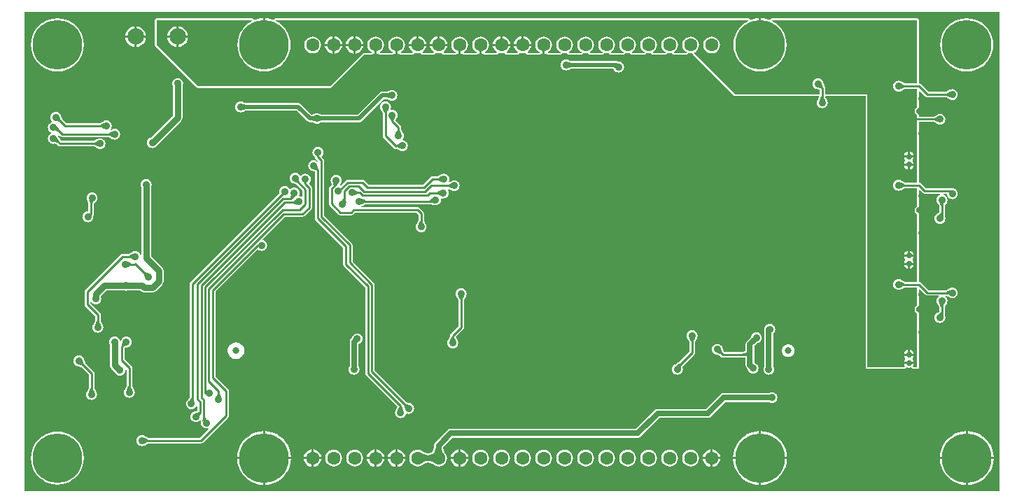
<source format=gbr>
%FSDAX33Y33*%
%MOMM*%
%SFA1B1*%

%IPPOS*%
%ADD27C,0.254000*%
%ADD101C,0.508000*%
%ADD102C,0.635000*%
%ADD103C,0.762000*%
%ADD105C,6.000001*%
%ADD106C,1.599999*%
%ADD107C,0.800001*%
%ADD108C,2.000001*%
%ADD109C,0.599999*%
%ADD110C,0.900001*%
%ADD111C,0.700001*%
%LNgrb_bot_copper-1*%
%LPD*%
G36*
X122496Y067093D02*
X122496Y009111D01*
X004513*
Y067093*
X122496Y067093*
G37*
%LNgrb_bot_copper-2*%
%LPC*%
G36*
X072395Y014114D02*
X072133Y014079D01*
X071889Y013978*
X071679Y013818*
X071518Y013608*
X071417Y013364*
X071383Y013102*
X071417Y012840*
X071518Y012596*
X071679Y012387*
X071889Y012226*
X072133Y012125*
X072395Y012090*
X072657Y012125*
X072901Y012226*
X073110Y012387*
X073271Y012596*
X073372Y012840*
X073407Y013102*
X073372Y013364*
X073271Y013608*
X073110Y013818*
X072901Y013978*
X072657Y014079*
X072395Y014114*
G37*
G36*
X069855D02*
X069593Y014079D01*
X069349Y013978*
X069139Y013818*
X068978Y013608*
X068877Y013364*
X068843Y013102*
X068877Y012840*
X068978Y012596*
X069139Y012387*
X069349Y012226*
X069593Y012125*
X069855Y012090*
X070117Y012125*
X070361Y012226*
X070570Y012387*
X070731Y012596*
X070832Y012840*
X070867Y013102*
X070832Y013364*
X070731Y013608*
X070570Y013818*
X070361Y013978*
X070117Y014079*
X069855Y014114*
G37*
G36*
X077475D02*
X077213Y014079D01*
X076969Y013978*
X076759Y013818*
X076598Y013608*
X076497Y013364*
X076463Y013102*
X076497Y012840*
X076598Y012596*
X076759Y012387*
X076969Y012226*
X077213Y012125*
X077475Y012090*
X077737Y012125*
X077981Y012226*
X078190Y012387*
X078351Y012596*
X078452Y012840*
X078487Y013102*
X078452Y013364*
X078351Y013608*
X078190Y013818*
X077981Y013978*
X077737Y014079*
X077475Y014114*
G37*
G36*
X074935D02*
X074673Y014079D01*
X074429Y013978*
X074219Y013818*
X074058Y013608*
X073957Y013364*
X073923Y013102*
X073957Y012840*
X074058Y012596*
X074219Y012387*
X074429Y012226*
X074673Y012125*
X074935Y012090*
X075197Y012125*
X075441Y012226*
X075650Y012387*
X075811Y012596*
X075912Y012840*
X075947Y013102*
X075912Y013364*
X075811Y013608*
X075650Y013818*
X075441Y013978*
X075197Y014079*
X074935Y014114*
G37*
G36*
X067315D02*
X067053Y014079D01*
X066809Y013978*
X066599Y013818*
X066438Y013608*
X066337Y013364*
X066303Y013102*
X066337Y012840*
X066438Y012596*
X066599Y012387*
X066809Y012226*
X067053Y012125*
X067315Y012090*
X067577Y012125*
X067821Y012226*
X068030Y012387*
X068191Y012596*
X068292Y012840*
X068327Y013102*
X068292Y013364*
X068191Y013608*
X068030Y013818*
X067821Y013978*
X067577Y014079*
X067315Y014114*
G37*
G36*
X059695D02*
X059433Y014079D01*
X059189Y013978*
X058979Y013818*
X058818Y013608*
X058717Y013364*
X058683Y013102*
X058717Y012840*
X058818Y012596*
X058979Y012387*
X059189Y012226*
X059433Y012125*
X059695Y012090*
X059957Y012125*
X060201Y012226*
X060410Y012387*
X060571Y012596*
X060672Y012840*
X060707Y013102*
X060672Y013364*
X060571Y013608*
X060410Y013818*
X060201Y013978*
X059957Y014079*
X059695Y014114*
G37*
G36*
X044455D02*
X044193Y014079D01*
X043949Y013978*
X043739Y013818*
X043578Y013608*
X043477Y013364*
X043443Y013102*
X043477Y012840*
X043578Y012596*
X043739Y012387*
X043949Y012226*
X044193Y012125*
X044455Y012090*
X044717Y012125*
X044961Y012226*
X045170Y012387*
X045331Y012596*
X045432Y012840*
X045467Y013102*
X045432Y013364*
X045331Y013608*
X045170Y013818*
X044961Y013978*
X044717Y014079*
X044455Y014114*
G37*
G36*
X064775D02*
X064513Y014079D01*
X064269Y013978*
X064059Y013818*
X063898Y013608*
X063797Y013364*
X063763Y013102*
X063797Y012840*
X063898Y012596*
X064059Y012387*
X064269Y012226*
X064513Y012125*
X064775Y012090*
X065037Y012125*
X065281Y012226*
X065490Y012387*
X065651Y012596*
X065752Y012840*
X065787Y013102*
X065752Y013364*
X065651Y013608*
X065490Y013818*
X065281Y013978*
X065037Y014079*
X064775Y014114*
G37*
G36*
X062235D02*
X061973Y014079D01*
X061729Y013978*
X061519Y013818*
X061358Y013608*
X061257Y013364*
X061223Y013102*
X061257Y012840*
X061358Y012596*
X061519Y012387*
X061729Y012226*
X061973Y012125*
X062235Y012090*
X062497Y012125*
X062741Y012226*
X062950Y012387*
X063111Y012596*
X063212Y012840*
X063247Y013102*
X063212Y013364*
X063111Y013608*
X062950Y013818*
X062741Y013978*
X062497Y014079*
X062235Y014114*
G37*
G36*
X039248Y014148D02*
X039100Y014129D01*
X038843Y014023*
X038623Y013854*
X038454Y013634*
X038348Y013377*
X038328Y013229*
X039248*
Y014148*
G37*
G36*
X046868D02*
X046720Y014129D01*
X046463Y014023*
X046243Y013854*
X046074Y013634*
X045968Y013377*
X045948Y013229*
X046868*
Y014148*
G37*
G36*
X057028D02*
X056880Y014129D01*
X056623Y014023*
X056403Y013854*
X056234Y013634*
X056128Y013377*
X056108Y013229*
X057028*
Y014148*
G37*
G36*
X049408D02*
X049260Y014129D01*
X049003Y014023*
X048783Y013854*
X048614Y013634*
X048508Y013377*
X048488Y013229*
X049408*
Y014148*
G37*
G36*
X093378Y016356D02*
X092994Y016326D01*
X092496Y016206*
X092023Y016010*
X091586Y015743*
X091197Y015410*
X090864Y015021*
X090596Y014584*
X090400Y014111*
X090281Y013613*
X090251Y013229*
X093378*
Y016356*
G37*
G36*
X082555Y014114D02*
X082293Y014079D01*
X082049Y013978*
X081839Y013818*
X081678Y013608*
X081577Y013364*
X081543Y013102*
X081577Y012840*
X081678Y012596*
X081839Y012387*
X082049Y012226*
X082293Y012125*
X082555Y012090*
X082817Y012125*
X083061Y012226*
X083270Y012387*
X083431Y012596*
X083532Y012840*
X083567Y013102*
X083532Y013364*
X083431Y013608*
X083270Y013818*
X083061Y013978*
X082817Y014079*
X082555Y014114*
G37*
G36*
X080015D02*
X079753Y014079D01*
X079509Y013978*
X079299Y013818*
X079138Y013608*
X079037Y013364*
X079003Y013102*
X079037Y012840*
X079138Y012596*
X079299Y012387*
X079509Y012226*
X079753Y012125*
X080015Y012090*
X080277Y012125*
X080521Y012226*
X080730Y012387*
X080891Y012596*
X080992Y012840*
X081027Y013102*
X080992Y013364*
X080891Y013608*
X080730Y013818*
X080521Y013978*
X080277Y014079*
X080015Y014114*
G37*
G36*
X033378Y016356D02*
X032994Y016326D01*
X032496Y016206*
X032023Y016010*
X031586Y015743*
X031197Y015410*
X030864Y015021*
X030596Y014584*
X030400Y014111*
X030281Y013613*
X030251Y013229*
X033378*
Y016356*
G37*
G36*
X085095Y014114D02*
X084833Y014079D01*
X084589Y013978*
X084379Y013818*
X084218Y013608*
X084117Y013364*
X084083Y013102*
X084117Y012840*
X084218Y012596*
X084379Y012387*
X084589Y012226*
X084833Y012125*
X085095Y012090*
X085357Y012125*
X085601Y012226*
X085810Y012387*
X085971Y012596*
X086072Y012840*
X086107Y013102*
X086072Y013364*
X085971Y013608*
X085810Y013818*
X085601Y013978*
X085357Y014079*
X085095Y014114*
G37*
G36*
X008505Y016315D02*
X008002Y016276D01*
X007512Y016158*
X007046Y015965*
X006616Y015702*
X006233Y015374*
X005905Y014991*
X005642Y014561*
X005449Y014095*
X005331Y013605*
X005292Y013102*
X005331Y012599*
X005449Y012109*
X005642Y011643*
X005905Y011213*
X006233Y010830*
X006616Y010503*
X007046Y010239*
X007512Y010046*
X008002Y009929*
X008505Y009889*
X009007Y009929*
X009498Y010046*
X009963Y010239*
X010393Y010503*
X010777Y010830*
X011104Y011213*
X011368Y011643*
X011561Y012109*
X011678Y012599*
X011718Y013102*
X011678Y013605*
X011561Y014095*
X011368Y014561*
X011104Y014991*
X010777Y015374*
X010393Y015702*
X009963Y015965*
X009498Y016158*
X009007Y016276*
X008505Y016315*
G37*
G36*
X096759Y012975D02*
X093632D01*
Y009848*
X094015Y009878*
X094513Y009998*
X094987Y010194*
X095423Y010461*
X095813Y010794*
X096145Y011184*
X096413Y011620*
X096609Y012093*
X096729Y012591*
X096759Y012975*
G37*
G36*
X039248D02*
X038328D01*
X038348Y012827*
X038454Y012571*
X038623Y012350*
X038843Y012181*
X039100Y012075*
X039248Y012056*
Y012975*
G37*
G36*
X046868D02*
X045948D01*
X045968Y012827*
X046074Y012571*
X046243Y012350*
X046463Y012181*
X046720Y012075*
X046868Y012056*
Y012975*
G37*
G36*
X036759D02*
X033632D01*
Y009848*
X034015Y009878*
X034513Y009998*
X034987Y010194*
X035423Y010461*
X035813Y010794*
X036145Y011184*
X036413Y011620*
X036609Y012093*
X036729Y012591*
X036759Y012975*
G37*
G36*
X033378D02*
X030251D01*
X030281Y012591*
X030400Y012093*
X030596Y011620*
X030864Y011184*
X031197Y010794*
X031586Y010461*
X032023Y010194*
X032496Y009998*
X032994Y009878*
X033378Y009848*
Y012975*
G37*
G36*
X093378D02*
X090251D01*
X090281Y012591*
X090400Y012093*
X090596Y011620*
X090864Y011184*
X091197Y010794*
X091586Y010461*
X092023Y010194*
X092496Y009998*
X092994Y009878*
X093378Y009848*
Y012975*
G37*
G36*
X121759D02*
X118632D01*
Y009848*
X119015Y009878*
X119513Y009998*
X119987Y010194*
X120423Y010461*
X120813Y010794*
X121145Y011184*
X121413Y011620*
X121609Y012093*
X121729Y012591*
X121759Y012975*
G37*
G36*
X118378D02*
X115251D01*
X115281Y012591*
X115400Y012093*
X115596Y011620*
X115864Y011184*
X116197Y010794*
X116586Y010461*
X117023Y010194*
X117496Y009998*
X117994Y009878*
X118378Y009848*
Y012975*
G37*
G36*
X050581D02*
X049662D01*
Y012056*
X049810Y012075*
X050066Y012181*
X050286Y012350*
X050455Y012571*
X050562Y012827*
X050581Y012975*
G37*
G36*
X040421D02*
X039502D01*
Y012056*
X039650Y012075*
X039906Y012181*
X040126Y012350*
X040295Y012571*
X040402Y012827*
X040421Y012975*
G37*
G36*
X041915Y014114D02*
X041653Y014079D01*
X041409Y013978*
X041199Y013818*
X041038Y013608*
X040937Y013364*
X040903Y013102*
X040937Y012840*
X041038Y012596*
X041199Y012387*
X041409Y012226*
X041653Y012125*
X041915Y012090*
X042177Y012125*
X042421Y012226*
X042630Y012387*
X042791Y012596*
X042892Y012840*
X042927Y013102*
X042892Y013364*
X042791Y013608*
X042630Y013818*
X042421Y013978*
X042177Y014079*
X041915Y014114*
G37*
G36*
X048041Y012975D02*
X047122D01*
Y012056*
X047270Y012075*
X047526Y012181*
X047746Y012350*
X047915Y012571*
X048022Y012827*
X048041Y012975*
G37*
G36*
X088681D02*
X087762D01*
Y012056*
X087910Y012075*
X088166Y012181*
X088386Y012350*
X088555Y012571*
X088662Y012827*
X088681Y012975*
G37*
G36*
X057028D02*
X056108D01*
X056128Y012827*
X056234Y012571*
X056403Y012350*
X056623Y012181*
X056880Y012075*
X057028Y012056*
Y012975*
G37*
G36*
X049408D02*
X048488D01*
X048508Y012827*
X048614Y012571*
X048783Y012350*
X049003Y012181*
X049260Y012075*
X049408Y012056*
Y012975*
G37*
G36*
X058201D02*
X057282D01*
Y012056*
X057430Y012075*
X057686Y012181*
X057906Y012350*
X058075Y012571*
X058182Y012827*
X058201Y012975*
G37*
G36*
X087508D02*
X086588D01*
X086608Y012827*
X086714Y012571*
X086883Y012350*
X087103Y012181*
X087360Y012075*
X087508Y012056*
Y012975*
G37*
G36*
Y014148D02*
X087360Y014129D01*
X087103Y014023*
X086883Y013854*
X086714Y013634*
X086608Y013377*
X086588Y013229*
X087508*
Y014148*
G37*
G36*
X048209Y056259D02*
X048038Y056236D01*
X047879Y056171*
X047743Y056066*
X047638Y055930*
X047572Y055771*
X047550Y055600*
X047572Y055430*
X047638Y055271*
X047718Y055167*
X047872Y054855*
Y052107*
X047898Y051978*
X047971Y051869*
X049225Y050614*
X049334Y050541*
X049463Y050515*
X049557Y050534*
X049807Y050410*
X049911Y050331*
X050070Y050265*
X050241Y050242*
X050411Y050265*
X050570Y050331*
X050707Y050435*
X050811Y050572*
X050877Y050731*
X050900Y050901*
X050877Y051072*
X050811Y051231*
X050707Y051367*
X050570Y051472*
X050411Y051537*
X050308Y051551*
X050258Y051686*
X050325Y051773*
X050391Y051931*
X050413Y052102*
X050391Y052273*
X050325Y052431*
X050245Y052536*
X050091Y052847*
Y053165*
X050066Y053294*
X049993Y053403*
X049397Y053999*
X049452Y054122*
X049471Y054136*
X049575Y054273*
X049641Y054432*
X049664Y054602*
X049641Y054773*
X049575Y054931*
X049471Y055068*
X049334Y055173*
X049175Y055238*
X049005Y055261*
X048907Y055248*
X048818Y055364*
X048845Y055430*
X048868Y055600*
X048845Y055771*
X048779Y055930*
X048675Y056066*
X048538Y056171*
X048379Y056236*
X048209Y056259*
G37*
G36*
X040005Y050761D02*
X039834Y050738D01*
X039675Y050673*
X039539Y050568*
X039434Y050432*
X039368Y050273*
X039346Y050102*
X039368Y049932*
X039434Y049773*
X039539Y049636*
X039675Y049532*
X039694Y049439*
X039767Y049330*
X040020Y049076*
X039936Y048980*
X039834Y049059*
X039675Y049124*
X039505Y049147*
X039334Y049124*
X039175Y049059*
X039039Y048954*
X038934Y048818*
X038868Y048659*
X038846Y048488*
X038868Y048318*
X038934Y048159*
X039039Y048022*
X039175Y047918*
X039334Y047852*
X039499Y047830*
X039668Y047769*
Y042102*
X039693Y041973*
X039766Y041864*
X043068Y038563*
Y036572*
X043094Y036443*
X043167Y036334*
X045764Y033737*
Y023360*
X045789Y023231*
X045862Y023122*
X049658Y019326*
X049514Y019036*
X049434Y018932*
X049368Y018773*
X049346Y018602*
X049368Y018432*
X049434Y018273*
X049539Y018136*
X049675Y018032*
X049834Y017966*
X050005Y017943*
X050175Y017966*
X050334Y018032*
X050471Y018136*
X050575Y018273*
X050641Y018432*
X050777Y018489*
X050834Y018466*
X051005Y018443*
X051175Y018466*
X051334Y018532*
X051471Y018636*
X051575Y018773*
X051641Y018932*
X051664Y019102*
X051641Y019273*
X051575Y019432*
X051471Y019568*
X051334Y019673*
X051175Y019738*
X051045Y019756*
X050716Y019867*
X046894Y023689*
Y034065*
X046869Y034194*
X046796Y034304*
X044198Y036901*
Y038892*
X044173Y039020*
X044100Y039130*
X040798Y042431*
Y049111*
X040773Y049239*
X040700Y049349*
X040467Y049581*
X040471Y049636*
X040575Y049773*
X040641Y049932*
X040664Y050102*
X040641Y050273*
X040575Y050432*
X040471Y050568*
X040334Y050673*
X040175Y050738*
X040005Y050761*
G37*
G36*
X008331Y054989D02*
X008160Y054966D01*
X008001Y054901*
X007865Y054796*
X007760Y054660*
X007694Y054501*
X007672Y054330*
X007694Y054160*
X007760Y054001*
X007860Y053870*
X007852Y053801*
X007852Y053798*
X007825Y053735*
X007675Y053673*
X007539Y053568*
X007434Y053431*
X007368Y053273*
X007346Y053102*
X007368Y052932*
X007434Y052773*
X007539Y052636*
X007675Y052532*
X007716Y052515*
Y052377*
X007675Y052361*
X007539Y052256*
X007434Y052120*
X007368Y051961*
X007346Y051790*
X007368Y051620*
X007434Y051461*
X007539Y051324*
X007675Y051220*
X007834Y051154*
X008005Y051131*
X008158Y051151*
X008417Y051101*
X008601Y050917*
X008710Y050844*
X008839Y050818*
X012920*
X013231Y050664*
X013335Y050585*
X013494Y050519*
X013665Y050496*
X013835Y050519*
X013994Y050585*
X014131Y050689*
X014235Y050826*
X014301Y050985*
X014324Y051155*
X014301Y051326*
X014235Y051485*
X014131Y051621*
X013994Y051726*
X013835Y051791*
X013665Y051814*
X013494Y051791*
X013335Y051726*
X013231Y051646*
X012920Y051492*
X008978*
X008806Y051664*
X008617Y052023*
X008614Y052027*
X008575Y052120*
X008471Y052256*
X008467Y052259*
X008498Y052395*
X008516Y052399*
X008855Y052060*
X008964Y051987*
X009093Y051961*
X014698*
X015009Y051807*
X015113Y051728*
X015272Y051662*
X015443Y051639*
X015613Y051662*
X015772Y051728*
X015909Y051832*
X016013Y051969*
X016079Y052128*
X016102Y052298*
X016079Y052469*
X016013Y052628*
X015909Y052764*
X015772Y052869*
X015613Y052934*
X015443Y052957*
X015272Y052934*
X015113Y052869*
X015009Y052789*
X015006Y052787*
X014923Y052888*
X014997Y052985*
X015063Y053144*
X015086Y053314*
X015063Y053485*
X014997Y053644*
X014893Y053780*
X014756Y053885*
X014597Y053950*
X014427Y053973*
X014256Y053950*
X014097Y053885*
X013993Y053805*
X013682Y053651*
X009613*
X009124Y054140*
X008969Y054483*
X008967Y054501*
X008901Y054660*
X008797Y054796*
X008660Y054901*
X008501Y054966*
X008331Y054989*
G37*
G36*
X023063Y059083D02*
X022892Y059060D01*
X022733Y058995*
X022597Y058890*
X022492Y058754*
X022426Y058595*
X022404Y058424*
X022426Y058254*
X022467Y058155*
Y054577*
X019784Y051893*
X019685Y051853*
X019549Y051748*
X019444Y051612*
X019378Y051453*
X019356Y051282*
X019378Y051112*
X019444Y050953*
X019549Y050816*
X019685Y050712*
X019844Y050646*
X020015Y050623*
X020185Y050646*
X020344Y050712*
X020481Y050816*
X020585Y050953*
X020626Y051051*
X023484Y053909*
X023613Y054102*
X023658Y054330*
Y058155*
X023699Y058254*
X023722Y058424*
X023699Y058595*
X023633Y058754*
X023529Y058890*
X023392Y058995*
X023233Y059060*
X023063Y059083*
G37*
G36*
X055255Y047511D02*
X055084Y047488D01*
X054925Y047423*
X054821Y047343*
X054510Y047189*
X053858*
X053729Y047163*
X053620Y047090*
X052719Y046189*
X046187*
X045671Y046705*
X045562Y046778*
X045433Y046803*
X043619*
X043491Y046778*
X043381Y046705*
X042757Y046080*
X042708Y046089*
X042697Y046102*
X042671Y046225*
X042686Y046236*
X042791Y046373*
X042857Y046532*
X042879Y046702*
X042857Y046873*
X042791Y047032*
X042686Y047168*
X042550Y047273*
X042391Y047338*
X042220Y047361*
X042050Y047338*
X041891Y047273*
X041754Y047168*
X041650Y047032*
X041584Y046873*
X041561Y046702*
X041584Y046532*
X041650Y046373*
X041685Y046327*
X041671Y046188*
X041420Y045937*
X041347Y045828*
X041322Y045699*
Y043905*
X041347Y043777*
X041420Y043667*
X042510Y042578*
X042619Y042505*
X042748Y042480*
X044070*
X044199Y042505*
X044308Y042578*
X044495Y042765*
X051968*
X052168Y042565*
Y041847*
X052014Y041536*
X051934Y041431*
X051868Y041273*
X051846Y041102*
X051868Y040932*
X051934Y040773*
X052039Y040636*
X052175Y040532*
X052334Y040466*
X052505Y040443*
X052675Y040466*
X052834Y040532*
X052971Y040636*
X053075Y040773*
X053141Y040932*
X053164Y041102*
X053141Y041273*
X053075Y041431*
X052995Y041536*
X052841Y041847*
Y042705*
X052816Y042834*
X052743Y042943*
X052346Y043340*
X052236Y043413*
X052107Y043439*
X045307*
X045282Y043566*
X045363Y043600*
X045467Y043679*
X045779Y043833*
X053642*
X054035Y043734*
X054041Y043734*
X054084Y043716*
X054255Y043693*
X054425Y043716*
X054584Y043782*
X054721Y043886*
X054825Y044023*
X054891Y044182*
X054914Y044352*
X054899Y044464*
X055005Y044555*
X055008Y044556*
X055023Y044550*
X055194Y044527*
X055364Y044550*
X055523Y044616*
X055660Y044720*
X055764Y044857*
X055830Y045016*
X055853Y045186*
X055830Y045357*
X055766Y045511*
X055765Y045516*
X055812Y045662*
X055865Y045681*
X056067Y045581*
X056171Y045501*
X056330Y045436*
X056501Y045413*
X056671Y045436*
X056830Y045501*
X056967Y045606*
X057071Y045742*
X057137Y045901*
X057160Y046072*
X057137Y046242*
X057071Y046401*
X056967Y046538*
X056830Y046642*
X056671Y046708*
X056501Y046731*
X056330Y046708*
X056171Y046642*
X056067Y046563*
X055957Y046508*
X055858Y046601*
X055891Y046682*
X055914Y046852*
X055891Y047023*
X055825Y047181*
X055721Y047318*
X055584Y047423*
X055425Y047488*
X055255Y047511*
G37*
G36*
X019255Y046861D02*
X019084Y046838D01*
X018925Y046773*
X018789Y046668*
X018684Y046532*
X018618Y046373*
X018596Y046202*
X018618Y046032*
X018659Y045933*
Y037703*
X018541Y037673*
X018475Y037832*
X018371Y037968*
X018234Y038073*
X018075Y038138*
X017905Y038161*
X017734Y038138*
X017575Y038073*
X017471Y037993*
X017160Y037839*
X016395*
X016266Y037813*
X016157Y037740*
X011903Y033486*
X011830Y033377*
X011804Y033248*
Y031707*
X011830Y031579*
X011903Y031469*
X013074Y030298*
Y029675*
X012920Y029364*
X012840Y029260*
X012774Y029101*
X012752Y028930*
X012774Y028760*
X012840Y028601*
X012945Y028464*
X013081Y028360*
X013240Y028294*
X013411Y028271*
X013581Y028294*
X013740Y028360*
X013877Y028464*
X013981Y028601*
X014047Y028760*
X014070Y028930*
X014047Y029101*
X013981Y029260*
X013901Y029364*
X013747Y029675*
Y030437*
X013722Y030566*
X013649Y030675*
X012477Y031847*
Y031972*
X012506Y031988*
X012604Y032006*
X012691Y031893*
X012827Y031789*
X012986Y031723*
X013157Y031700*
X013327Y031723*
X013486Y031789*
X013623Y031893*
X013727Y032030*
X013793Y032189*
X013816Y032359*
X013793Y032530*
X013752Y032628*
Y032747*
X014419Y033414*
X016571*
X016669Y033374*
X016840Y033351*
X017010Y033374*
X017109Y033414*
X018498*
X018577Y033335*
X018771Y033206*
X018999Y033160*
X020015*
X020243Y033206*
X020436Y033335*
X021198Y034097*
X021327Y034290*
X021372Y034518*
Y035788*
X021327Y036016*
X021198Y036209*
X019850Y037557*
Y045933*
X019891Y046032*
X019914Y046202*
X019891Y046373*
X019825Y046532*
X019721Y046668*
X019584Y046773*
X019425Y046838*
X019255Y046861*
G37*
G36*
X016840Y027811D02*
X016669Y027788D01*
X016510Y027723*
X016374Y027618*
X016269Y027482*
X016203Y027323*
X016079*
X016013Y027482*
X015909Y027618*
X015772Y027723*
X015613Y027788*
X015443Y027811*
X015272Y027788*
X015113Y027723*
X014977Y027618*
X014872Y027482*
X014806Y027323*
X014784Y027152*
X014806Y026982*
X014847Y026883*
Y024358*
X014892Y024130*
X015021Y023937*
X015466Y023492*
X015507Y023394*
X015612Y023257*
X015748Y023153*
X015907Y023087*
X016078Y023064*
X016248Y023087*
X016407Y023153*
X016544Y023257*
X016648Y023394*
X016714Y023553*
X016737Y023723*
X016734Y023744*
X016852Y023820*
X016884Y023800*
Y021801*
X016730Y021490*
X016650Y021386*
X016584Y021227*
X016562Y021056*
X016584Y020886*
X016650Y020727*
X016755Y020590*
X016891Y020486*
X017050Y020420*
X017221Y020397*
X017391Y020420*
X017550Y020486*
X017687Y020590*
X017791Y020727*
X017857Y020886*
X017880Y021056*
X017857Y021227*
X017791Y021386*
X017711Y021490*
X017557Y021801*
Y024009*
X017532Y024138*
X017459Y024247*
X016668Y025037*
Y026427*
X016876Y026498*
X017010Y026516*
X017169Y026582*
X017306Y026686*
X017410Y026823*
X017476Y026982*
X017499Y027152*
X017476Y027323*
X017410Y027482*
X017306Y027618*
X017169Y027723*
X017010Y027788*
X016840Y027811*
G37*
G36*
X037287Y047623D02*
X037116Y047600D01*
X036957Y047535*
X036821Y047430*
X036716Y047294*
X036650Y047135*
X036628Y046964*
X036650Y046794*
X036716Y046635*
X036821Y046498*
X036957Y046394*
X037116Y046328*
X037124Y046327*
X037462Y046168*
X038168Y045463*
Y044760*
X038054Y044704*
X038049Y044708*
X037890Y044774*
X037832Y044782*
X037818Y044792*
X037756Y044920*
X037796Y045016*
X037819Y045186*
X037796Y045357*
X037730Y045516*
X037626Y045652*
X037489Y045757*
X037330Y045822*
X037160Y045845*
X036989Y045822*
X036830Y045757*
X036717Y045670*
X036612Y045678*
X036566Y045694*
X036471Y045818*
X036334Y045923*
X036175Y045988*
X036005Y046011*
X035834Y045988*
X035675Y045923*
X035539Y045818*
X035434Y045682*
X035368Y045523*
X035346Y045352*
X035367Y045191*
X024603Y034426*
X024530Y034317*
X024504Y034188*
Y020437*
X024352Y020205*
X024248Y020125*
X024143Y019989*
X024077Y019830*
X024055Y019659*
X024077Y019489*
X024143Y019330*
X024248Y019193*
X024384Y019089*
X024543Y019023*
X024714Y019000*
X024884Y019023*
X025043Y019089*
X025180Y019193*
X025284Y019330*
X025291Y019346*
X025418Y019321*
Y018821*
X025248Y018760*
X025084Y018738*
X024925Y018673*
X024789Y018568*
X024684Y018432*
X024618Y018273*
X024596Y018102*
X024618Y017932*
X024684Y017773*
X024789Y017636*
X024925Y017532*
X025084Y017466*
X025255Y017443*
X025425Y017466*
X025584Y017532*
X025721Y017636*
X025738Y017659*
X025863Y017614*
X025857Y017450*
X025858Y017443*
X025846Y017352*
X025868Y017182*
X025934Y017023*
X026039Y016886*
X026175Y016782*
X026334Y016716*
X026505Y016693*
X026675Y016716*
X026722Y016735*
X026794Y016627*
X025717Y015551*
X019490*
X019178Y015705*
X019074Y015785*
X018915Y015850*
X018745Y015873*
X018574Y015850*
X018415Y015785*
X018279Y015680*
X018174Y015544*
X018108Y015385*
X018086Y015214*
X018108Y015044*
X018174Y014885*
X018279Y014748*
X018415Y014644*
X018574Y014578*
X018745Y014555*
X018915Y014578*
X019074Y014644*
X019178Y014723*
X019490Y014877*
X025857*
X025986Y014903*
X026095Y014976*
X029143Y018024*
X029216Y018133*
X029241Y018262*
Y021183*
X029216Y021312*
X029143Y021421*
X027627Y022937*
Y033266*
X032733Y038372*
X032757Y038370*
X032893Y038266*
X033052Y038200*
X033223Y038177*
X033393Y038200*
X033552Y038266*
X033689Y038370*
X033793Y038507*
X033859Y038666*
X033882Y038836*
X033859Y039007*
X033793Y039166*
X033689Y039302*
X033552Y039407*
X033393Y039472*
X033370Y039476*
X033325Y039610*
X036024Y042309*
X038176*
X038305Y042335*
X038414Y042408*
X039200Y043194*
X039273Y043303*
X039299Y043432*
Y045791*
X039273Y045920*
X039200Y046030*
X038963Y046267*
X038971Y046386*
X039075Y046523*
X039141Y046682*
X039164Y046852*
X039141Y047023*
X039075Y047181*
X038971Y047318*
X038834Y047423*
X038675Y047488*
X038505Y047511*
X038334Y047488*
X038175Y047423*
X038039Y047318*
X038004Y047272*
X037858Y047291*
X037857Y047294*
X037753Y047430*
X037616Y047535*
X037457Y047600*
X037287Y047623*
G37*
G36*
X012705Y045261D02*
X012534Y045238D01*
X012375Y045173*
X012239Y045068*
X012134Y044932*
X012068Y044773*
X012046Y044602*
X012068Y044432*
X012134Y044273*
X012140Y044265*
X012268Y043914*
Y043016*
X012205Y042961*
X012034Y042938*
X011875Y042873*
X011739Y042768*
X011634Y042631*
X011568Y042473*
X011546Y042302*
X011568Y042132*
X011634Y041973*
X011739Y041836*
X011875Y041732*
X012034Y041666*
X012205Y041643*
X012375Y041666*
X012534Y041732*
X012671Y041836*
X012775Y041973*
X012841Y042132*
X012864Y042302*
X012842Y042464*
X012843Y042464*
X012916Y042573*
X012941Y042702*
Y043828*
X013099Y044081*
X013171Y044136*
X013275Y044273*
X013341Y044432*
X013364Y044602*
X013341Y044773*
X013275Y044932*
X013171Y045068*
X013034Y045173*
X012875Y045238*
X012705Y045261*
G37*
G36*
X017838Y065350D02*
X017637Y065324D01*
X017332Y065197*
X017070Y064996*
X016869Y064734*
X016743Y064429*
X016717Y064229*
X017838*
Y065350*
G37*
G36*
X019213Y063975D02*
X018092D01*
Y062854*
X018292Y062880*
X018597Y063007*
X018859Y063208*
X019060Y063470*
X019186Y063775*
X019213Y063975*
G37*
G36*
X033378Y066356D02*
X032994Y066326D01*
X032496Y066206*
X032372Y066155*
X032347Y066156*
X032303Y066167*
X032224Y066217*
X032209Y066232*
X032198Y066249*
X032181Y066260*
X032167Y066274*
X032148Y066282*
X032131Y066294*
X032111Y066297*
X032092Y066305*
X032071*
X032051Y066309*
X020505*
X020425Y066294*
X020358Y066249*
X020313Y066181*
X020298Y066102*
Y063102*
X020313Y063023*
X020358Y062956*
X025358Y057956*
X025425Y057911*
X025505Y057895*
X025505*
X041505*
X041584Y057911*
X041651Y057956*
X045590Y061895*
X046454*
X046467Y061897*
X046480Y061896*
X046506Y061905*
X046533Y061911*
X046544Y061918*
X046556Y061922*
X046577Y061940*
X046601Y061956*
X046608Y061966*
X046618Y061975*
X046630Y062000*
X046646Y062023*
X046720Y062075*
X046868Y062056*
Y063102*
X047122*
Y062056*
X047270Y062075*
X047344Y062023*
X047359Y062000*
X047372Y061975*
X047382Y061966*
X047389Y061956*
X047412Y061940*
X047433Y061922*
X047445Y061918*
X047456Y061911*
X047483Y061905*
X047510Y061896*
X047523Y061897*
X047535Y061895*
X048994*
X049007Y061897*
X049020Y061896*
X049046Y061905*
X049073Y061911*
X049084Y061918*
X049096Y061922*
X049117Y061940*
X049141Y061956*
X049148Y061966*
X049157Y061975*
X049170Y062000*
X049186Y062023*
X049260Y062075*
X049408Y062056*
Y063102*
X049662*
Y062056*
X049810Y062075*
X049884Y062023*
X049899Y062000*
X049912Y061975*
X049922Y061966*
X049929Y061956*
X049952Y061940*
X049973Y061922*
X049985Y061918*
X049996Y061911*
X050023Y061905*
X050050Y061896*
X050063Y061897*
X050075Y061895*
X051438*
X051445Y061896*
X051451Y061895*
X051484Y061904*
X051517Y061911*
X051523Y061914*
X051530Y061916*
X051556Y061937*
X051584Y061956*
X051588Y061961*
X051594Y061965*
X051611Y061995*
X051629Y062023*
X051631Y062030*
X051634Y062035*
X051642Y062058*
X051797Y062131*
X051813Y062125*
X052075Y062090*
X052337Y062125*
X052353Y062131*
X052508Y062058*
X052515Y062035*
X052519Y062030*
X052520Y062023*
X052539Y061995*
X052556Y061965*
X052561Y061961*
X052565Y061956*
X052593Y061937*
X052620Y061916*
X052626Y061914*
X052632Y061911*
X052665Y061904*
X052698Y061895*
X052705Y061896*
X052711Y061895*
X053978*
X053985Y061896*
X053991Y061895*
X054024Y061904*
X054057Y061911*
X054063Y061914*
X054070Y061916*
X054096Y061937*
X054124Y061956*
X054128Y061961*
X054134Y061965*
X054151Y061995*
X054169Y062023*
X054171Y062030*
X054174Y062035*
X054182Y062058*
X054337Y062131*
X054353Y062125*
X054615Y062090*
X054877Y062125*
X054893Y062131*
X055048Y062058*
X055055Y062035*
X055059Y062030*
X055060Y062023*
X055079Y061995*
X055096Y061965*
X055101Y061961*
X055105Y061956*
X055133Y061937*
X055160Y061916*
X055166Y061914*
X055172Y061911*
X055205Y061904*
X055238Y061895*
X055245Y061896*
X055251Y061895*
X056614*
X056627Y061897*
X056639Y061896*
X056666Y061905*
X056693Y061911*
X056704Y061918*
X056716Y061922*
X056737Y061940*
X056761Y061956*
X056768Y061966*
X056777Y061975*
X056790Y062000*
X056805Y062023*
X056880Y062075*
X057028Y062056*
Y063102*
X057282*
Y062056*
X057430Y062075*
X057504Y062023*
X057519Y062000*
X057532Y061975*
X057542Y061966*
X057549Y061956*
X057572Y061940*
X057593Y061922*
X057605Y061918*
X057616Y061911*
X057643Y061905*
X057670Y061896*
X057683Y061897*
X057695Y061895*
X059154*
X059167Y061897*
X059179Y061896*
X059206Y061905*
X059233Y061911*
X059244Y061918*
X059256Y061922*
X059277Y061940*
X059301Y061956*
X059308Y061966*
X059317Y061975*
X059330Y062000*
X059345Y062023*
X059420Y062075*
X059568Y062056*
Y063102*
X059822*
Y062056*
X059970Y062075*
X060044Y062023*
X060059Y062000*
X060072Y061975*
X060082Y061966*
X060089Y061956*
X060112Y061940*
X060133Y061922*
X060145Y061918*
X060156Y061911*
X060183Y061905*
X060210Y061896*
X060223Y061897*
X060235Y061895*
X061598*
X061605Y061896*
X061611Y061895*
X061644Y061904*
X061677Y061911*
X061683Y061914*
X061690Y061916*
X061716Y061937*
X061744Y061956*
X061748Y061961*
X061754Y061965*
X061771Y061995*
X061789Y062023*
X061791Y062030*
X061794Y062035*
X061802Y062058*
X061957Y062131*
X061973Y062125*
X062235Y062090*
X062497Y062125*
X062513Y062131*
X062668Y062058*
X062675Y062035*
X062679Y062030*
X062680Y062023*
X062699Y061995*
X062716Y061965*
X062721Y061961*
X062725Y061956*
X062753Y061937*
X062780Y061916*
X062786Y061914*
X062792Y061911*
X062825Y061904*
X062858Y061895*
X062865Y061896*
X062871Y061895*
X064138*
X064145Y061896*
X064151Y061895*
X064184Y061904*
X064217Y061911*
X064223Y061914*
X064230Y061916*
X064256Y061937*
X064284Y061956*
X064288Y061961*
X064294Y061965*
X064311Y061995*
X064329Y062023*
X064331Y062030*
X064334Y062035*
X064342Y062058*
X064497Y062131*
X064513Y062125*
X064775Y062090*
X065037Y062125*
X065053Y062131*
X065208Y062058*
X065215Y062035*
X065219Y062030*
X065220Y062023*
X065239Y061995*
X065256Y061965*
X065261Y061961*
X065265Y061956*
X065293Y061937*
X065320Y061916*
X065326Y061914*
X065332Y061911*
X065365Y061904*
X065398Y061895*
X065405Y061896*
X065411Y061895*
X066774*
X066787Y061897*
X066799Y061896*
X066826Y061905*
X066853Y061911*
X066864Y061918*
X066876Y061922*
X066897Y061940*
X066921Y061956*
X066928Y061966*
X066937Y061975*
X066950Y062000*
X066965Y062023*
X067040Y062075*
X067188Y062056*
Y063102*
X067442*
Y062056*
X067590Y062075*
X067664Y062023*
X067679Y062000*
X067692Y061975*
X067702Y061966*
X067709Y061956*
X067732Y061940*
X067753Y061922*
X067765Y061918*
X067776Y061911*
X067803Y061905*
X067830Y061896*
X067843Y061897*
X067855Y061895*
X069314*
X069327Y061897*
X069339Y061896*
X069366Y061905*
X069393Y061911*
X069404Y061918*
X069416Y061922*
X069437Y061940*
X069461Y061956*
X069468Y061966*
X069477Y061975*
X069490Y062000*
X069505Y062023*
X069506Y062023*
X069558Y062108*
X069593Y062125*
X069855Y062090*
X070117Y062125*
X070152Y062108*
X070204Y062023*
X070204Y062023*
X070219Y062000*
X070232Y061975*
X070242Y061966*
X070249Y061956*
X070272Y061940*
X070293Y061922*
X070305Y061918*
X070316Y061911*
X070343Y061905*
X070370Y061896*
X070383Y061897*
X070395Y061895*
X071854*
X071867Y061897*
X071879Y061896*
X071906Y061905*
X071933Y061911*
X071944Y061918*
X071956Y061922*
X071977Y061940*
X072000Y061956*
X072008Y061966*
X072017Y061975*
X072030Y062000*
X072045Y062023*
X072046Y062023*
X072098Y062108*
X072133Y062125*
X072395Y062090*
X072657Y062125*
X072692Y062108*
X072744Y062023*
X072744Y062023*
X072760Y062000*
X072772Y061975*
X072782Y061966*
X072789Y061956*
X072812Y061940*
X072833Y061922*
X072845Y061918*
X072856Y061911*
X072884Y061905*
X072910Y061896*
X072923Y061897*
X072935Y061895*
X074394*
X074407Y061897*
X074419Y061896*
X074446Y061905*
X074473Y061911*
X074484Y061918*
X074496Y061922*
X074517Y061940*
X074540Y061956*
X074548Y061966*
X074557Y061975*
X074570Y062000*
X074585Y062023*
X074586Y062023*
X074638Y062108*
X074673Y062125*
X074935Y062090*
X075197Y062125*
X075232Y062108*
X075284Y062023*
X075284Y062023*
X075300Y062000*
X075312Y061975*
X075322Y061966*
X075329Y061956*
X075352Y061940*
X075373Y061922*
X075385Y061918*
X075396Y061911*
X075424Y061905*
X075450Y061896*
X075463Y061897*
X075475Y061895*
X076934*
X076947Y061897*
X076959Y061896*
X076986Y061905*
X077013Y061911*
X077024Y061918*
X077036Y061922*
X077057Y061940*
X077080Y061956*
X077088Y061966*
X077097Y061975*
X077110Y062000*
X077125Y062023*
X077126Y062023*
X077177Y062107*
X077213Y062125*
X077475Y062090*
X077737Y062125*
X077772Y062107*
X077824Y062023*
X077824Y062023*
X077840Y062000*
X077852Y061975*
X077862Y061966*
X077869Y061956*
X077892Y061940*
X077913Y061922*
X077925Y061918*
X077936Y061911*
X077964Y061905*
X077990Y061896*
X078003Y061897*
X078015Y061895*
X079474*
X079487Y061897*
X079499Y061896*
X079526Y061905*
X079553Y061911*
X079564Y061918*
X079576Y061922*
X079597Y061940*
X079620Y061956*
X079628Y061966*
X079637Y061975*
X079650Y062000*
X079665Y062023*
X079666Y062023*
X079717Y062107*
X079753Y062125*
X080015Y062090*
X080277Y062125*
X080312Y062107*
X080364Y062023*
X080364Y062023*
X080380Y062000*
X080392Y061975*
X080402Y061966*
X080409Y061956*
X080432Y061940*
X080453Y061922*
X080466Y061918*
X080476Y061911*
X080504Y061905*
X080530Y061896*
X080543Y061897*
X080555Y061895*
X082014*
X082026Y061897*
X082039Y061896*
X082066Y061905*
X082093Y061911*
X082104Y061918*
X082116Y061922*
X082137Y061940*
X082160Y061956*
X082168Y061966*
X082177Y061975*
X082190Y062000*
X082205Y062023*
X082205Y062023*
X082257Y062107*
X082293Y062125*
X082555Y062090*
X082817Y062125*
X082852Y062107*
X082904Y062023*
X082904Y062023*
X082920Y062000*
X082932Y061975*
X082942Y061966*
X082949Y061956*
X082972Y061940*
X082993Y061922*
X083006Y061918*
X083016Y061911*
X083044Y061905*
X083070Y061896*
X083083Y061897*
X083095Y061895*
X084554*
X084566Y061897*
X084579Y061896*
X084606Y061905*
X084633Y061911*
X084644Y061918*
X084656Y061922*
X084677Y061940*
X084700Y061956*
X084708Y061966*
X084717Y061975*
X084730Y062000*
X084745Y062023*
X084745Y062023*
X084797Y062107*
X084833Y062125*
X085095Y062090*
X085218Y062106*
X085259Y062092*
X085344Y062004*
X085349Y061995*
X085351Y061985*
X085368Y061960*
X085382Y061933*
X085390Y061926*
X085396Y061918*
X090358Y056956*
X090425Y056911*
X090505Y056895*
X100583*
X100662Y056768*
X100550Y056542*
X100470Y056438*
X100404Y056279*
X100382Y056108*
X100404Y055938*
X100470Y055779*
X100575Y055642*
X100711Y055538*
X100870Y055472*
X101041Y055449*
X101211Y055472*
X101370Y055538*
X101507Y055642*
X101611Y055779*
X101677Y055938*
X101700Y056108*
X101677Y056279*
X101611Y056438*
X101531Y056542*
X101419Y056768*
X101498Y056895*
X106298*
Y024102*
X106313Y024023*
X106358Y023956*
X106425Y023911*
X106505Y023895*
X110960*
X110989Y023901*
X111020Y023904*
X111029Y023909*
X111039Y023911*
X111064Y023928*
X111091Y023942*
X111098Y023950*
X111106Y023956*
X111123Y023981*
X111142Y024004*
X111151Y024020*
X111289Y024081*
X111505Y024038*
X111721Y024081*
X111859Y024020*
X111867Y024004*
X111886Y023981*
X111903Y023956*
X111912Y023950*
X111918Y023942*
X111945Y023928*
X111970Y023911*
X111981Y023909*
X111990Y023904*
X112020Y023901*
X112050Y023895*
X112505*
X112584Y023911*
X112651Y023956*
X112696Y024023*
X112712Y024102*
Y028055*
X112708Y028075*
Y028095*
X112700Y028114*
X112696Y028134*
X112685Y028151*
X112679Y028164*
X112652Y028302*
X112679Y028440*
X112685Y028453*
X112696Y028470*
X112700Y028490*
X112708Y028509*
Y028529*
X112712Y028550*
Y030604*
X112708Y030624*
Y030644*
X112700Y030663*
X112696Y030683*
X112685Y030700*
X112677Y030719*
X112663Y030733*
X112651Y030750*
X112634Y030762*
X112620Y030776*
X112505Y030853*
X112429Y030967*
X112402Y031102*
X112429Y031237*
X112505Y031352*
X112620Y031428*
X112634Y031443*
X112651Y031454*
X112663Y031471*
X112677Y031485*
X112685Y031504*
X112696Y031521*
X112700Y031541*
X112708Y031560*
Y031580*
X112712Y031600*
Y032605*
X112708Y032625*
Y032645*
X112700Y032664*
X112696Y032684*
X112685Y032701*
X112679Y032714*
X112652Y032852*
X112679Y032990*
X112685Y033003*
X112696Y033020*
X112700Y033040*
X112708Y033059*
Y033079*
X112712Y033100*
Y033503*
X112829Y033551*
X113517Y032864*
X113626Y032791*
X113755Y032765*
X115088*
X115131Y032638*
X115039Y032568*
X114934Y032432*
X114868Y032273*
X114846Y032102*
X114868Y031932*
X114934Y031773*
X115014Y031668*
X115168Y031357*
Y030876*
X115043Y030716*
X114938Y030673*
X114801Y030568*
X114697Y030431*
X114631Y030273*
X114608Y030102*
X114631Y029932*
X114697Y029773*
X114801Y029636*
X114938Y029532*
X115097Y029466*
X115267Y029443*
X115438Y029466*
X115597Y029532*
X115733Y029636*
X115838Y029773*
X115904Y029932*
X115926Y030102*
X115904Y030273*
X115900Y030283*
X115841Y030638*
Y031357*
X115995Y031668*
X116075Y031773*
X116141Y031932*
X116164Y032102*
X116141Y032273*
X116075Y032432*
X115971Y032568*
X115943Y032589*
X115969Y032729*
X116040Y032750*
X116321Y032611*
X116425Y032532*
X116584Y032466*
X116755Y032443*
X116925Y032466*
X117084Y032532*
X117221Y032636*
X117325Y032773*
X117391Y032932*
X117414Y033102*
X117391Y033273*
X117325Y033432*
X117221Y033568*
X117084Y033673*
X116925Y033738*
X116755Y033761*
X116584Y033738*
X116425Y033673*
X116321Y033593*
X116010Y033439*
X113894*
X112993Y034340*
X112884Y034413*
X112755Y034439*
X112712*
Y040055*
X112708Y040075*
Y040095*
X112700Y040114*
X112696Y040134*
X112685Y040151*
X112679Y040164*
X112652Y040302*
X112679Y040440*
X112685Y040453*
X112696Y040470*
X112700Y040490*
X112708Y040509*
Y040529*
X112712Y040550*
Y042604*
X112708Y042624*
Y042644*
X112700Y042663*
X112696Y042683*
X112685Y042700*
X112677Y042719*
X112663Y042733*
X112651Y042750*
X112634Y042762*
X112620Y042776*
X112505Y042853*
X112429Y042967*
X112402Y043102*
X112429Y043237*
X112505Y043352*
X112620Y043428*
X112634Y043443*
X112651Y043454*
X112663Y043471*
X112677Y043485*
X112685Y043504*
X112696Y043521*
X112700Y043541*
X112708Y043560*
Y043580*
X112712Y043600*
Y044605*
X112708Y044625*
Y044645*
X112700Y044664*
X112696Y044684*
X112685Y044701*
X112679Y044714*
X112652Y044852*
X112679Y044990*
X112685Y045003*
X112696Y045020*
X112700Y045040*
X112708Y045059*
Y045079*
X112712Y045100*
Y045503*
X112829Y045551*
X113179Y045202*
X113288Y045129*
X113417Y045103*
X115280*
X115305Y044976*
X115175Y044923*
X115039Y044818*
X114934Y044682*
X114868Y044523*
X114846Y044352*
X114868Y044182*
X114934Y044023*
X115014Y043919*
X115168Y043607*
Y042876*
X115043Y042716*
X114938Y042673*
X114801Y042568*
X114697Y042431*
X114631Y042273*
X114608Y042102*
X114631Y041932*
X114697Y041773*
X114801Y041636*
X114938Y041532*
X115097Y041466*
X115267Y041443*
X115438Y041466*
X115597Y041532*
X115733Y041636*
X115838Y041773*
X115904Y041932*
X115926Y042102*
X115904Y042273*
X115900Y042283*
X115841Y042638*
Y043607*
X115995Y043919*
X116075Y044023*
X116141Y044182*
X116164Y044352*
X116141Y044523*
X116075Y044682*
X115971Y044818*
X115834Y044923*
X115704Y044976*
X115730Y045103*
X116095*
X116096Y045102*
X116118Y044932*
X116184Y044773*
X116289Y044636*
X116425Y044532*
X116584Y044466*
X116755Y044443*
X116925Y044466*
X117084Y044532*
X117221Y044636*
X117325Y044773*
X117391Y044932*
X117414Y045102*
X117391Y045273*
X117325Y045432*
X117221Y045568*
X117084Y045673*
X116925Y045738*
X116755Y045761*
X116584Y045738*
X116572Y045733*
X116546Y045751*
X116417Y045777*
X113556*
X112993Y046340*
X112884Y046413*
X112755Y046439*
X112712*
Y052105*
X112708Y052125*
Y052145*
X112700Y052164*
X112696Y052184*
X112685Y052201*
X112679Y052214*
X112652Y052352*
X112679Y052490*
X112685Y052503*
X112696Y052520*
X112700Y052540*
X112708Y052559*
Y052580*
X112712Y052600*
Y053765*
X114522*
X114834Y053611*
X114938Y053532*
X115097Y053466*
X115267Y053443*
X115438Y053466*
X115597Y053532*
X115733Y053636*
X115838Y053773*
X115904Y053932*
X115926Y054102*
X115904Y054273*
X115838Y054431*
X115733Y054568*
X115597Y054673*
X115438Y054738*
X115267Y054761*
X115097Y054738*
X114938Y054673*
X114834Y054593*
X114522Y054439*
X112712*
Y054604*
X112708Y054624*
Y054644*
X112700Y054663*
X112696Y054683*
X112685Y054700*
X112677Y054719*
X112663Y054733*
X112651Y054750*
X112634Y054762*
X112620Y054776*
X112505Y054853*
X112429Y054967*
X112402Y055102*
X112429Y055237*
X112505Y055352*
X112620Y055428*
X112634Y055443*
X112651Y055454*
X112663Y055471*
X112677Y055485*
X112685Y055504*
X112696Y055521*
X112700Y055541*
X112708Y055560*
Y055580*
X112712Y055600*
Y056355*
X112708Y056375*
Y056395*
X112700Y056414*
X112696Y056434*
X112685Y056451*
X112679Y056464*
X112652Y056602*
X112679Y056740*
X112685Y056753*
X112696Y056770*
X112700Y056790*
X112708Y056809*
Y056830*
X112712Y056850*
Y057503*
X112829Y057551*
X113517Y056864*
X113626Y056791*
X113755Y056765*
X116010*
X116321Y056611*
X116425Y056532*
X116584Y056466*
X116755Y056443*
X116925Y056466*
X117084Y056532*
X117221Y056636*
X117325Y056773*
X117391Y056932*
X117414Y057102*
X117391Y057273*
X117325Y057432*
X117221Y057568*
X117084Y057673*
X116925Y057738*
X116755Y057761*
X116584Y057738*
X116425Y057673*
X116321Y057593*
X116010Y057439*
X113894*
X112993Y058340*
X112884Y058413*
X112755Y058439*
X112712*
Y066102*
X112696Y066181*
X112651Y066249*
X112584Y066294*
X112505Y066309*
X094958*
X094938Y066305*
X094917*
X094899Y066297*
X094879Y066294*
X094862Y066282*
X094843Y066274*
X094828Y066260*
X094811Y066249*
X094800Y066232*
X094786Y066217*
X094706Y066167*
X094663Y066156*
X094637Y066155*
X094513Y066206*
X094015Y066326*
X093632Y066356*
Y063102*
X093378*
Y066356*
X092994Y066326*
X092496Y066206*
X092372Y066155*
X092347Y066156*
X092303Y066167*
X092224Y066217*
X092209Y066232*
X092198Y066249*
X092181Y066260*
X092167Y066274*
X092148Y066282*
X092131Y066294*
X092111Y066297*
X092092Y066305*
X092071*
X092051Y066309*
X034958*
X034938Y066305*
X034917*
X034899Y066297*
X034879Y066294*
X034862Y066282*
X034843Y066274*
X034828Y066260*
X034811Y066249*
X034800Y066232*
X034786Y066217*
X034706Y066167*
X034663Y066156*
X034637Y066155*
X034513Y066206*
X034015Y066326*
X033632Y066356*
Y063102*
X033378*
Y066356*
G37*
G36*
X018092Y065350D02*
Y064229D01*
X019213*
X019186Y064429*
X019060Y064734*
X018859Y064996*
X018597Y065197*
X018292Y065324*
X018092Y065350*
G37*
G36*
X017838Y063975D02*
X016717D01*
X016743Y063775*
X016869Y063470*
X017070Y063208*
X017332Y063007*
X017637Y062880*
X017838Y062854*
Y063975*
G37*
G36*
X070053Y061339D02*
X069882Y061316D01*
X069723Y061251*
X069587Y061146*
X069482Y061010*
X069416Y060851*
X069394Y060680*
X069416Y060510*
X069482Y060351*
X069587Y060214*
X069723Y060110*
X069882Y060044*
X070053Y060021*
X070223Y060044*
X070382Y060110*
X070462Y060171*
X070688Y060214*
X075671*
X075799Y060178*
X075832Y060097*
X075937Y059960*
X076073Y059856*
X076232Y059790*
X076403Y059767*
X076573Y059790*
X076732Y059856*
X076869Y059960*
X076973Y060097*
X077039Y060256*
X077062Y060426*
X077039Y060597*
X076973Y060756*
X076869Y060892*
X076732Y060997*
X076573Y061062*
X076403Y061085*
X076372Y061081*
X076327Y061111*
X076149Y061146*
X070688*
X070462Y061189*
X070382Y061251*
X070223Y061316*
X070053Y061339*
G37*
G36*
X048971Y057656D02*
X048800Y057633D01*
X048641Y057568*
X048561Y057506*
X048336Y057463*
X047828*
X047649Y057428*
X047498Y057327*
X044841Y054669*
X040511*
X040286Y054712*
X040206Y054774*
X040047Y054839*
X039876Y054862*
X039706Y054839*
X039547Y054774*
X039467Y054712*
X039255Y054672*
X037997Y055930*
X037846Y056031*
X037668Y056066*
X031318*
X031092Y056109*
X031012Y056171*
X030853Y056236*
X030683Y056259*
X030512Y056236*
X030353Y056171*
X030217Y056066*
X030112Y055930*
X030046Y055771*
X030024Y055600*
X030046Y055430*
X030112Y055271*
X030217Y055134*
X030353Y055030*
X030512Y054964*
X030683Y054941*
X030853Y054964*
X031012Y055030*
X031092Y055091*
X031318Y055134*
X037475*
X038735Y053873*
X038886Y053772*
X039065Y053737*
X039242*
X039467Y053694*
X039547Y053633*
X039706Y053567*
X039876Y053544*
X040047Y053567*
X040206Y053633*
X040286Y053694*
X040511Y053737*
X045034*
X045212Y053772*
X045363Y053873*
X048021Y056531*
X048336*
X048561Y056488*
X048641Y056427*
X048800Y056361*
X048971Y056338*
X049141Y056361*
X049300Y056427*
X049437Y056531*
X049541Y056668*
X049607Y056827*
X049630Y056997*
X049607Y057168*
X049541Y057327*
X049437Y057463*
X049300Y057568*
X049141Y057633*
X048971Y057656*
G37*
G36*
X118505Y066315D02*
X118002Y066276D01*
X117512Y066158*
X117046Y065965*
X116616Y065702*
X116233Y065374*
X115905Y064991*
X115642Y064561*
X115449Y064095*
X115331Y063605*
X115292Y063102*
X115331Y062599*
X115449Y062109*
X115642Y061643*
X115905Y061213*
X116233Y060830*
X116616Y060503*
X117046Y060239*
X117512Y060046*
X118002Y059929*
X118505Y059889*
X119007Y059929*
X119498Y060046*
X119963Y060239*
X120393Y060503*
X120777Y060830*
X121104Y061213*
X121368Y061643*
X121561Y062109*
X121678Y062599*
X121718Y063102*
X121678Y063605*
X121561Y064095*
X121368Y064561*
X121104Y064991*
X120777Y065374*
X120393Y065702*
X119963Y065965*
X119498Y066158*
X119007Y066276*
X118505Y066315*
G37*
G36*
X008505D02*
X008002Y066276D01*
X007512Y066158*
X007046Y065965*
X006616Y065702*
X006233Y065374*
X005905Y064991*
X005642Y064561*
X005449Y064095*
X005331Y063605*
X005292Y063102*
X005331Y062599*
X005449Y062109*
X005642Y061643*
X005905Y061213*
X006233Y060830*
X006616Y060503*
X007046Y060239*
X007512Y060046*
X008002Y059929*
X008505Y059889*
X009007Y059929*
X009498Y060046*
X009963Y060239*
X010393Y060503*
X010777Y060830*
X011104Y061213*
X011368Y061643*
X011561Y062109*
X011678Y062599*
X011718Y063102*
X011678Y063605*
X011561Y064095*
X011368Y064561*
X011104Y064991*
X010777Y065374*
X010393Y065702*
X009963Y065965*
X009498Y066158*
X009007Y066276*
X008505Y066315*
G37*
G36*
X093632Y016356D02*
Y013229D01*
X096759*
X096729Y013613*
X096609Y014111*
X096413Y014584*
X096145Y015021*
X095813Y015410*
X095423Y015743*
X094987Y016010*
X094513Y016206*
X094015Y016326*
X093632Y016356*
G37*
G36*
X087762Y014148D02*
Y013229D01*
X088681*
X088662Y013377*
X088555Y013634*
X088386Y013854*
X088166Y014023*
X087910Y014129*
X087762Y014148*
G37*
G36*
X118632Y016356D02*
Y013229D01*
X121759*
X121729Y013613*
X121609Y014111*
X121413Y014584*
X121145Y015021*
X120813Y015410*
X120423Y015743*
X119987Y016010*
X119513Y016206*
X119015Y016326*
X118632Y016356*
G37*
G36*
X118378D02*
X117994Y016326D01*
X117496Y016206*
X117023Y016010*
X116586Y015743*
X116197Y015410*
X115864Y015021*
X115596Y014584*
X115400Y014111*
X115281Y013613*
X115251Y013229*
X118378*
Y016356*
G37*
G36*
X057282Y014148D02*
Y013229D01*
X058201*
X058182Y013377*
X058075Y013634*
X057906Y013854*
X057686Y014023*
X057430Y014129*
X057282Y014148*
G37*
G36*
X039502D02*
Y013229D01*
X040421*
X040402Y013377*
X040295Y013634*
X040126Y013854*
X039906Y014023*
X039650Y014129*
X039502Y014148*
G37*
G36*
X033632Y016356D02*
Y013229D01*
X036759*
X036729Y013613*
X036609Y014111*
X036413Y014584*
X036145Y015021*
X035813Y015410*
X035423Y015743*
X034987Y016010*
X034513Y016206*
X034015Y016326*
X033632Y016356*
G37*
G36*
X049662Y014148D02*
Y013229D01*
X050581*
X050562Y013377*
X050455Y013634*
X050286Y013854*
X050066Y014023*
X049810Y014129*
X049662Y014148*
G37*
G36*
X047122D02*
Y013229D01*
X048041*
X048022Y013377*
X047915Y013634*
X047746Y013854*
X047526Y014023*
X047270Y014129*
X047122Y014148*
G37*
G36*
X093063Y028319D02*
X092892Y028296D01*
X092733Y028231*
X092597Y028126*
X092492Y027990*
X092426Y027831*
X092418Y027766*
X091902Y027250*
X091787Y027078*
X091747Y026875*
Y026875*
Y026085*
X091714Y026003*
X091355Y025953*
X089127*
X089106Y025974*
X088994Y026303*
X088977Y026434*
X088911Y026593*
X088807Y026729*
X088670Y026834*
X088511Y026899*
X088341Y026922*
X088170Y026899*
X088011Y026834*
X087875Y026729*
X087770Y026593*
X087704Y026434*
X087682Y026263*
X087704Y026093*
X087770Y025934*
X087875Y025797*
X088011Y025693*
X088170Y025627*
X088300Y025610*
X088629Y025498*
X088749Y025379*
X088858Y025306*
X088987Y025280*
X091355*
X091714Y025230*
X091747Y025148*
Y024358*
X091787Y024155*
X091902Y023983*
X092014Y023871*
X092022Y023807*
X092088Y023648*
X092193Y023511*
X092329Y023407*
X092488Y023341*
X092659Y023318*
X092829Y023341*
X092988Y023407*
X093125Y023511*
X093229Y023648*
X093295Y023807*
X093318Y023977*
X093295Y024148*
X093229Y024307*
X093125Y024443*
X092988Y024548*
X092829Y024613*
X092809Y024616*
Y025617*
Y026655*
X093169Y027015*
X093233Y027024*
X093392Y027090*
X093529Y027194*
X093633Y027331*
X093699Y027490*
X093722Y027660*
X093699Y027831*
X093633Y027990*
X093529Y028126*
X093392Y028231*
X093233Y028296*
X093063Y028319*
G37*
G36*
X096905Y026870D02*
X096885Y026866D01*
X096864*
X096722Y026838*
X096708Y026836*
X096704Y026834*
X096650Y026823*
X096575Y026792*
X096529Y026762*
X096525Y026760*
X096514Y026752*
X096393Y026671*
X096336Y026614*
X096255Y026493*
X096247Y026482*
X096245Y026478*
X096214Y026432*
X096183Y026357*
X096173Y026303*
X096171Y026299*
X096169Y026285*
X096141Y026143*
Y026062*
X096169Y025919*
X096171Y025905*
X096173Y025901*
X096183Y025847*
X096214Y025772*
X096245Y025726*
X096247Y025722*
X096255Y025711*
X096336Y025590*
X096393Y025533*
X096514Y025452*
X096525Y025444*
X096529Y025442*
X096575Y025412*
X096650Y025381*
X096704Y025370*
X096708Y025368*
X096722Y025366*
X096864Y025338*
X096885*
X096905Y025334*
X096925Y025338*
X096945*
X097088Y025366*
X097101Y025368*
X097106Y025370*
X097160Y025381*
X097234Y025412*
X097280Y025442*
X097285Y025444*
X097295Y025452*
X097416Y025533*
X097473Y025590*
X097554Y025711*
X097563Y025722*
X097564Y025726*
X097595Y025772*
X097626Y025847*
X097637Y025901*
X097638Y025905*
X097640Y025919*
X097669Y026062*
Y026143*
X097640Y026285*
X097638Y026299*
X097637Y026303*
X097626Y026357*
X097595Y026432*
X097564Y026478*
X097563Y026482*
X097554Y026493*
X097473Y026614*
X097416Y026671*
X097295Y026752*
X097285Y026760*
X097280Y026762*
X097234Y026792*
X097160Y026823*
X097106Y026834*
X097101Y026836*
X097088Y026838*
X096945Y026866*
X096925*
X096905Y026870*
G37*
G36*
X030105Y027116D02*
X030091Y027113D01*
X030078Y027114*
X029869Y027087*
X029849Y027080*
X029843Y027079*
X029837Y027077*
X029817Y027073*
X029622Y026992*
X029605Y026981*
X029599Y026978*
X029593Y026974*
X029575Y026965*
X029408Y026837*
X029395Y026822*
X029389Y026818*
X029385Y026812*
X029370Y026799*
X029242Y026632*
X029233Y026613*
X029228Y026608*
X029226Y026602*
X029214Y026585*
X029134Y026390*
X029130Y026370*
X029127Y026364*
X029126Y026357*
X029120Y026338*
X029092Y026129*
X029094Y026109*
X029093Y026102*
X029094Y026095*
X029092Y026075*
X029120Y025866*
X029126Y025847*
X029127Y025840*
X029130Y025834*
X029134Y025814*
X029214Y025619*
X029226Y025602*
X029228Y025596*
X029233Y025591*
X029242Y025573*
X029370Y025405*
X029385Y025392*
X029389Y025387*
X029395Y025382*
X029408Y025367*
X029575Y025239*
X029593Y025230*
X029599Y025226*
X029605Y025223*
X029622Y025212*
X029817Y025131*
X029837Y025127*
X029843Y025125*
X029849Y025124*
X029869Y025117*
X030078Y025090*
X030091Y025091*
X030105Y025088*
X030118Y025091*
X030132Y025090*
X030341Y025117*
X030360Y025124*
X030367Y025125*
X030373Y025127*
X030393Y025131*
X030587Y025212*
X030604Y025223*
X030611Y025226*
X030616Y025230*
X030634Y025239*
X030801Y025367*
X030815Y025382*
X030820Y025387*
X030824Y025392*
X030840Y025405*
X030968Y025573*
X030977Y025591*
X030981Y025596*
X030984Y025602*
X030995Y025619*
X031076Y025814*
X031079Y025834*
X031082Y025840*
X031083Y025847*
X031090Y025866*
X031117Y026075*
X031116Y026095*
X031117Y026102*
X031116Y026109*
X031117Y026129*
X031090Y026338*
X031083Y026357*
X031082Y026364*
X031079Y026370*
X031076Y026390*
X030995Y026585*
X030984Y026602*
X030981Y026608*
X030977Y026613*
X030968Y026632*
X030840Y026799*
X030824Y026812*
X030820Y026818*
X030815Y026822*
X030801Y026837*
X030634Y026965*
X030616Y026974*
X030611Y026978*
X030604Y026981*
X030587Y026992*
X030393Y027073*
X030373Y027077*
X030367Y027079*
X030360Y027080*
X030341Y027087*
X030132Y027114*
X030118Y027113*
X030105Y027116*
G37*
G36*
X057353Y033653D02*
X057182Y033630D01*
X057023Y033565*
X056887Y033460*
X056782Y033324*
X056716Y033165*
X056694Y032994*
X056716Y032824*
X056782Y032665*
X056862Y032561*
X057016Y032249*
Y029070*
X056099Y028152*
X056026Y028043*
X056000Y027914*
Y027770*
X055846Y027459*
X055766Y027355*
X055700Y027196*
X055678Y027025*
X055700Y026855*
X055766Y026696*
X055871Y026559*
X056007Y026455*
X056166Y026389*
X056337Y026366*
X056507Y026389*
X056666Y026455*
X056803Y026559*
X056907Y026696*
X056973Y026855*
X056996Y027025*
X056973Y027196*
X056907Y027355*
X056827Y027459*
X056673Y027770*
Y027775*
X057591Y028692*
X057664Y028801*
X057689Y028930*
Y032249*
X057843Y032560*
X057923Y032665*
X057989Y032824*
X058012Y032994*
X057989Y033165*
X057923Y033324*
X057819Y033460*
X057682Y033565*
X057523Y033630*
X057353Y033653*
G37*
G36*
X094691Y029335D02*
X094520Y029312D01*
X094361Y029247*
X094225Y029142*
X094120Y029006*
X094054Y028847*
X094032Y028676*
X094033Y028669*
Y024231*
X093993Y024180*
X093927Y024021*
X093905Y023850*
X093927Y023680*
X093993Y023521*
X094098Y023384*
X094234Y023280*
X094393Y023214*
X094564Y023191*
X094734Y023214*
X094893Y023280*
X095030Y023384*
X095134Y023521*
X095200Y023680*
X095223Y023850*
X095200Y024021*
X095134Y024180*
X095095Y024231*
Y028163*
X095157Y028210*
X095261Y028347*
X095327Y028506*
X095350Y028676*
X095327Y028847*
X095261Y029006*
X095157Y029142*
X095020Y029247*
X094861Y029312*
X094691Y029335*
G37*
G36*
X011125Y025525D02*
X010954Y025502D01*
X010795Y025437*
X010659Y025332*
X010554Y025196*
X010488Y025037*
X010466Y024866*
X010488Y024696*
X010554Y024537*
X010659Y024400*
X010795Y024296*
X010954Y024230*
X011084Y024213*
X011413Y024101*
X012312Y023203*
Y021547*
X012158Y021236*
X012078Y021132*
X012012Y020973*
X011990Y020802*
X012012Y020632*
X012078Y020473*
X012183Y020336*
X012319Y020232*
X012478Y020166*
X012649Y020143*
X012819Y020166*
X012978Y020232*
X013115Y020336*
X013219Y020473*
X013285Y020632*
X013308Y020802*
X013285Y020973*
X013219Y021132*
X013139Y021236*
X012985Y021547*
Y023342*
X012960Y023471*
X012887Y023580*
X011890Y024577*
X011778Y024906*
X011761Y025037*
X011695Y025196*
X011591Y025332*
X011454Y025437*
X011295Y025502*
X011125Y025525*
G37*
G36*
X094945Y021080D02*
X094774Y021057D01*
X094615Y020992*
X094564Y020952*
X089103*
X088900Y020912*
X088727Y020796*
X086978Y019047*
X081133*
X080929Y019007*
X080757Y018891*
X078500Y016634*
X056083*
X055880Y016594*
X055707Y016478*
X054239Y015010*
X054124Y014838*
X054084Y014635*
Y014338*
X053891Y013826*
X053379Y013633*
X053310*
X052761Y013840*
X052581Y013978*
X052337Y014079*
X052075Y014114*
X051813Y014079*
X051569Y013978*
X051359Y013818*
X051198Y013608*
X051097Y013364*
X051063Y013102*
X051097Y012840*
X051198Y012596*
X051359Y012387*
X051569Y012226*
X051813Y012125*
X052075Y012090*
X052337Y012125*
X052581Y012226*
X052761Y012364*
X053310Y012571*
X053379*
X053929Y012364*
X054109Y012226*
X054353Y012125*
X054615Y012090*
X054877Y012125*
X055121Y012226*
X055330Y012387*
X055491Y012596*
X055592Y012840*
X055627Y013102*
X055592Y013364*
X055491Y013608*
X055353Y013788*
X055146Y014338*
Y014415*
X056303Y015572*
X078720*
X078720*
X078923Y015613*
X079095Y015728*
X081352Y017985*
X087198*
X087198*
X087401Y018026*
X087573Y018141*
X089323Y019890*
X094564*
X094615Y019851*
X094774Y019785*
X094945Y019762*
X095115Y019785*
X095274Y019851*
X095411Y019955*
X095515Y020092*
X095581Y020251*
X095604Y020421*
X095581Y020592*
X095515Y020751*
X095411Y020887*
X095274Y020992*
X095115Y021057*
X094945Y021080*
G37*
G36*
X085297Y028577D02*
X085126Y028554D01*
X084967Y028489*
X084831Y028384*
X084726Y028247*
X084660Y028089*
X084638Y027918*
X084660Y027748*
X084726Y027589*
X084806Y027484*
X084960Y027173*
Y026026*
X083585Y024651*
X083235Y024443*
X083231Y024439*
X083185Y024421*
X083049Y024316*
X082944Y024180*
X082878Y024021*
X082856Y023850*
X082878Y023680*
X082944Y023521*
X083049Y023384*
X083185Y023280*
X083344Y023214*
X083515Y023191*
X083685Y023214*
X083844Y023280*
X083981Y023384*
X084085Y023521*
X084151Y023680*
X084174Y023850*
X084151Y024021*
X084138Y024051*
X084177Y024291*
X085535Y025648*
X085608Y025757*
X085633Y025886*
Y027173*
X085787Y027484*
X085867Y027589*
X085933Y027748*
X085955Y027918*
X085933Y028089*
X085867Y028247*
X085763Y028384*
X085626Y028489*
X085467Y028554*
X085297Y028577*
G37*
G36*
X044780Y028192D02*
X044609Y028169D01*
X044450Y028104*
X044314Y027999*
X044209Y027863*
X044143Y027704*
X044135Y027639*
X044023Y027527*
X043908Y027355*
X043868Y027152*
Y027152*
Y024231*
X043828Y024180*
X043762Y024021*
X043740Y023850*
X043762Y023680*
X043828Y023521*
X043933Y023384*
X044069Y023280*
X044228Y023214*
X044399Y023191*
X044569Y023214*
X044728Y023280*
X044865Y023384*
X044969Y023521*
X045035Y023680*
X045058Y023850*
X045035Y024021*
X044969Y024180*
X044930Y024231*
Y026894*
X044950Y026897*
X045109Y026963*
X045246Y027067*
X045350Y027204*
X045416Y027363*
X045439Y027533*
X045416Y027704*
X045350Y027863*
X045246Y027999*
X045109Y028104*
X044950Y028169*
X044780Y028192*
G37*
%LNgrb_bot_copper-3*%
%LPD*%
G36*
X050598Y019688D02*
X051000Y019552D01*
X050555Y019107*
X050419Y019508*
X050598Y019688*
G37*
G36*
X110956Y033975D02*
X110576Y033787D01*
Y034417*
X110956Y034229*
Y033975*
G37*
G36*
X116053Y033229D02*
X116433Y033417D01*
Y032787*
X116053Y032975*
Y033229*
G37*
G36*
X040518Y053949D02*
X040198Y053888D01*
Y054518*
X040518Y054457*
Y053949*
G37*
G36*
X031324Y055346D02*
X031004Y055285D01*
Y055915*
X031324Y055854*
Y055346*
G37*
G36*
X075761Y060934D02*
X076283Y060860D01*
X075960Y060347*
X075683Y060426*
X075761Y060934*
G37*
G36*
X041870Y046090D02*
X041899Y046387D01*
X042482Y046336*
X042110Y045971*
X041870Y046090*
G37*
G36*
X048329Y057251D02*
X048649Y057312D01*
Y056682*
X048329Y056743*
Y057251*
G37*
G36*
X039235Y054457D02*
X039555Y054518D01*
Y053888*
X039235Y053949*
Y054457*
G37*
G36*
X052632Y041804D02*
X052820Y041423D01*
X052190*
X052378Y041804*
X052632*
G37*
G36*
X070694Y060426D02*
X070374Y060365D01*
Y060995*
X070694Y060934*
Y060426*
G37*
G36*
X110956Y045975D02*
X110576Y045787D01*
Y046417*
X110956Y046229*
Y045975*
G37*
G36*
X091960Y026061D02*
X092595Y025617D01*
X091960Y025172*
X091833Y025490*
Y025744*
X091960Y026061*
G37*
G36*
X091352Y025744D02*
X092053Y025841D01*
Y025392*
X091352Y025490*
Y025744*
G37*
G36*
X092053Y025841D01*
Y025392*
X091352Y025490*
Y025744*
G37*
G36*
X088747Y025677D02*
X088345Y025813D01*
X088791Y026259*
X088927Y025857*
X088747Y025677*
G37*
G36*
X110956Y057975D02*
X110576Y057787D01*
Y058417*
X110956Y058229*
Y057975*
G37*
G36*
X116053Y057229D02*
X116433Y057417D01*
Y056787*
X116053Y056975*
Y057229*
G37*
G36*
X053400Y013420D02*
X054043Y013662D01*
Y012542*
X053400Y012785*
Y013420*
G37*
G36*
X054932Y014316D02*
X055175Y013673D01*
X054055*
X054297Y014316*
X054932*
G37*
G36*
X053289Y012785D02*
X052646Y012542D01*
Y013662*
X053289Y013420*
Y012785*
G37*
G36*
X049539Y051028D02*
X049919Y051216D01*
Y050586*
X049539Y050774*
Y051028*
G37*
G36*
X048082Y054898D02*
X047894Y055279D01*
X048524*
X048336Y054898*
X048082*
G37*
G36*
X048878Y053915D02*
X048728Y054247D01*
X049281*
X049132Y053915*
X048878*
G37*
G36*
X049882Y052804D02*
X050070Y052423D01*
X049440*
X049628Y052804*
X049882*
G37*
G36*
X054553Y046979D02*
X054933Y047167D01*
Y046537*
X054553Y046725*
Y046979*
G37*
G36*
X043364Y044392D02*
X043434Y043987D01*
X042901Y044290*
X043110Y044559*
X043364Y044392*
G37*
G36*
X055799Y046199D02*
X056179Y046387D01*
Y045757*
X055799Y045945*
Y046199*
G37*
G36*
X054492Y045313D02*
X054872Y045501D01*
Y044871*
X054492Y045059*
Y045313*
G37*
G36*
X044834Y045102D02*
X044453Y044914D01*
Y045544*
X044834Y045356*
Y045102*
G37*
G36*
X053538Y044297D02*
X053833Y044510D01*
X054086Y043935*
X053658Y044043*
X053538Y044297*
G37*
G36*
X045735Y044043D02*
X045355Y043855D01*
Y044485*
X045735Y044297*
Y044043*
G37*
G36*
X057226Y032292D02*
X057038Y032673D01*
X057668*
X057480Y032292*
X057226*
G37*
G36*
X056464Y027727D02*
X056652Y027346D01*
X056022*
X056210Y027727*
X056464*
G37*
G36*
X085170Y027216D02*
X084982Y027597D01*
X085612*
X085424Y027216*
X085170*
G37*
G36*
X083984Y024394D02*
X083925Y024034D01*
X083340Y024265*
X083722Y024491*
X083984Y024394*
G37*
G36*
X114566Y054229D02*
X114946Y054417D01*
Y053787*
X114566Y053975*
Y054229*
G37*
G36*
X012776Y021504D02*
X012964Y021123D01*
X012334*
X012522Y021504*
X012776*
G37*
G36*
X011531Y024280D02*
X011129Y024416D01*
X011575Y024862*
X011711Y024460*
X011531Y024280*
G37*
G36*
X024968Y020301D02*
X025107Y019878D01*
X024502Y020056*
X024714Y020379*
X024968Y020301*
G37*
G36*
X037590Y046337D02*
X037189Y046525D01*
X037724Y046858*
X037813Y046473*
X037590Y046337*
G37*
G36*
X026339Y018040D02*
X026535Y017801D01*
X026064Y017442*
X026085Y017964*
X026339Y018040*
G37*
G36*
X037000Y044161D02*
X037334Y044370D01*
X037479Y043757*
X037063Y043907*
X037000Y044161*
G37*
G36*
X025841Y018508D02*
X025704Y018127D01*
X025280Y018551*
X025661Y018688*
X025841Y018508*
G37*
G36*
X036686Y044645D02*
X036747Y045007D01*
X037330Y044770*
X036946Y044546*
X036686Y044645*
G37*
G36*
X028143Y020869D02*
X028331Y020488D01*
X027701*
X027889Y020869*
X028143*
G37*
G36*
X038378Y046249D02*
X038326Y046439D01*
X038684*
X038632Y046249*
X038378*
G37*
G36*
X014741Y052425D02*
X015121Y052613D01*
Y051983*
X014741Y052171*
Y052425*
G37*
G36*
X008562Y052649D02*
X008210Y052701D01*
X008414Y053290*
X008645Y052925*
X008562Y052649*
G37*
G36*
X008523Y051291D02*
X008150Y051364D01*
X008434Y051927*
X008641Y051533*
X008523Y051291*
G37*
G36*
X012963Y051282D02*
X013343Y051470D01*
Y050840*
X012963Y051028*
Y051282*
G37*
G36*
X013725Y053441D02*
X014105Y053629D01*
Y052999*
X013725Y053187*
Y053441*
G37*
G36*
X008812Y053796D02*
X008425Y053890D01*
X008773Y054415*
X008954Y054014*
X008812Y053796*
G37*
G36*
X115632Y030636D02*
X115698Y030234D01*
X115169Y030541*
X115378Y030808*
X115632Y030636*
G37*
G36*
X115378Y031400D02*
X115190Y031781D01*
X115820*
X115632Y031400*
X115378*
G37*
G36*
X115632Y042636D02*
X115698Y042234D01*
X115169Y042541*
X115378Y042808*
X115632Y042636*
G37*
G36*
X115378Y043650D02*
X115190Y044031D01*
X115820*
X115632Y043650*
X115378*
G37*
G36*
X019446Y015087D02*
X019066Y014899D01*
Y015529*
X019446Y015341*
Y015087*
G37*
G36*
X016254Y026746D02*
X016390Y027145D01*
X016833Y026702*
X016433Y026566*
X016254Y026746*
G37*
G36*
X017348Y021758D02*
X017536Y021377D01*
X016906*
X017094Y021758*
X017348*
G37*
G36*
X100939Y057808D02*
X100540Y057944D01*
X100983Y058387*
X101119Y057988*
X100939Y057808*
G37*
G36*
X101168Y056810D02*
X101356Y056429D01*
X100726*
X100914Y056810*
X101168*
G37*
G36*
X012694Y042612D02*
X012604Y042510D01*
X012413Y042701*
X012515Y042792*
X012694Y042612*
G37*
G36*
X012478Y043944D02*
X012326Y044359D01*
X012940Y044219*
X012732Y043883*
X012478Y043944*
G37*
G36*
X017414Y036423D02*
X017034Y036235D01*
Y036865*
X017414Y036677*
Y036423*
G37*
G36*
X019100Y035612D02*
X019502Y035476D01*
X019057Y035031*
X018921Y035432*
X019100Y035612*
G37*
G36*
X013538Y029632D02*
X013726Y029251D01*
X013096*
X013284Y029632*
X013538*
G37*
G36*
X017203Y037629D02*
X017583Y037817D01*
Y037187*
X017203Y037375*
Y037629*
G37*
G36*
X050132Y019304D02*
X050320Y018923D01*
X049690*
X049878Y019304*
X050132*
G37*
G36*
X039911Y047902D02*
X039530Y048039D01*
X039954Y048463*
X040091Y048082*
X039911Y047902*
G37*
G36*
X112505Y058439D02*
X111000D01*
X110688Y058593*
X110584Y058673*
X110425Y058738*
X110255Y058761*
X110084Y058738*
X109925Y058673*
X109789Y058568*
X109684Y058432*
X109618Y058273*
X109596Y058102*
X109618Y057932*
X109684Y057773*
X109789Y057636*
X109925Y057532*
X110084Y057466*
X110255Y057443*
X110425Y057466*
X110584Y057532*
X110688Y057611*
X111000Y057765*
X112505*
Y056850*
X112484Y056818*
X112441Y056602*
X112484Y056386*
X112505Y056355*
Y055600*
X112356Y055501*
X112234Y055318*
X112191Y055102*
X112234Y054886*
X112356Y054703*
X112505Y054604*
Y052600*
X112484Y052568*
X112441Y052352*
X112484Y052136*
X112505Y052105*
Y046439*
X111000*
X110688Y046593*
X110584Y046673*
X110425Y046738*
X110255Y046761*
X110084Y046738*
X109925Y046673*
X109789Y046568*
X109684Y046432*
X109618Y046273*
X109596Y046102*
X109618Y045932*
X109684Y045773*
X109789Y045636*
X109925Y045532*
X110084Y045466*
X110255Y045443*
X110425Y045466*
X110584Y045532*
X110688Y045611*
X111000Y045765*
X112505*
Y045100*
X112484Y045068*
X112441Y044852*
X112484Y044636*
X112505Y044605*
Y043600*
X112356Y043501*
X112234Y043318*
X112191Y043102*
X112234Y042886*
X112356Y042703*
X112505Y042604*
Y040550*
X112484Y040518*
X112441Y040302*
X112484Y040086*
X112505Y040055*
Y034439*
X111000*
X110688Y034593*
X110584Y034673*
X110425Y034738*
X110255Y034761*
X110084Y034738*
X109925Y034673*
X109789Y034568*
X109684Y034432*
X109618Y034273*
X109596Y034102*
X109618Y033932*
X109684Y033773*
X109789Y033636*
X109925Y033532*
X110084Y033466*
X110255Y033443*
X110425Y033466*
X110584Y033532*
X110688Y033611*
X111000Y033765*
X112505*
Y033100*
X112484Y033068*
X112441Y032852*
X112484Y032636*
X112505Y032605*
Y031600*
X112356Y031501*
X112234Y031318*
X112191Y031102*
X112234Y030886*
X112356Y030703*
X112505Y030604*
Y028550*
X112484Y028518*
X112441Y028302*
X112484Y028086*
X112505Y028055*
Y024102*
X112050*
X111982Y024229*
X112074Y024366*
X112095Y024475*
X110914*
X110936Y024366*
X111027Y024229*
X110960Y024102*
X106505*
Y057102*
X101377*
Y057886*
X101352Y058015*
X101304Y058087*
X101187Y058430*
X101169Y058565*
X101103Y058724*
X100999Y058860*
X100862Y058965*
X100703Y059030*
X100533Y059053*
X100362Y059030*
X100203Y058965*
X100067Y058860*
X099962Y058724*
X099896Y058565*
X099874Y058394*
X099896Y058224*
X099962Y058065*
X100067Y057928*
X100203Y057824*
X100362Y057758*
X100496Y057740*
X100704Y057669*
Y057102*
X090505*
X085543Y062064*
X085557Y062208*
X085601Y062226*
X085810Y062387*
X085971Y062596*
X086072Y062840*
X086107Y063102*
X086072Y063364*
X085971Y063608*
X085810Y063818*
X085601Y063978*
X085357Y064079*
X085095Y064114*
X084833Y064079*
X084589Y063978*
X084379Y063818*
X084218Y063608*
X084117Y063364*
X084083Y063102*
X084117Y062840*
X084218Y062596*
X084379Y062387*
X084584Y062229*
X084586Y062217*
X084554Y062102*
X083095*
X083064Y062217*
X083065Y062229*
X083270Y062387*
X083431Y062596*
X083532Y062840*
X083567Y063102*
X083532Y063364*
X083431Y063608*
X083270Y063818*
X083061Y063978*
X082817Y064079*
X082555Y064114*
X082293Y064079*
X082049Y063978*
X081839Y063818*
X081678Y063608*
X081577Y063364*
X081543Y063102*
X081577Y062840*
X081678Y062596*
X081839Y062387*
X082044Y062229*
X082046Y062217*
X082014Y062102*
X080555*
X080524Y062217*
X080525Y062229*
X080730Y062387*
X080891Y062596*
X080992Y062840*
X081027Y063102*
X080992Y063364*
X080891Y063608*
X080730Y063818*
X080521Y063978*
X080277Y064079*
X080015Y064114*
X079753Y064079*
X079509Y063978*
X079299Y063818*
X079138Y063608*
X079037Y063364*
X079003Y063102*
X079037Y062840*
X079138Y062596*
X079299Y062387*
X079504Y062229*
X079506Y062217*
X079474Y062102*
X078015*
X077984Y062217*
X077985Y062229*
X078190Y062387*
X078351Y062596*
X078452Y062840*
X078487Y063102*
X078452Y063364*
X078351Y063608*
X078190Y063818*
X077981Y063978*
X077737Y064079*
X077475Y064114*
X077213Y064079*
X076969Y063978*
X076759Y063818*
X076598Y063608*
X076497Y063364*
X076463Y063102*
X076497Y062840*
X076598Y062596*
X076759Y062387*
X076964Y062229*
X076966Y062217*
X076934Y062102*
X075475*
X075444Y062217*
X075445Y062229*
X075650Y062387*
X075811Y062596*
X075912Y062840*
X075947Y063102*
X075912Y063364*
X075811Y063608*
X075650Y063818*
X075441Y063978*
X075197Y064079*
X074935Y064114*
X074673Y064079*
X074429Y063978*
X074219Y063818*
X074058Y063608*
X073957Y063364*
X073923Y063102*
X073957Y062840*
X074058Y062596*
X074219Y062387*
X074424Y062229*
X074426Y062217*
X074394Y062102*
X072935*
X072904Y062217*
X072905Y062229*
X073110Y062387*
X073271Y062596*
X073372Y062840*
X073407Y063102*
X073372Y063364*
X073271Y063608*
X073110Y063818*
X072901Y063978*
X072657Y064079*
X072395Y064114*
X072133Y064079*
X071889Y063978*
X071679Y063818*
X071518Y063608*
X071417Y063364*
X071383Y063102*
X071417Y062840*
X071518Y062596*
X071679Y062387*
X071884Y062229*
X071886Y062217*
X071854Y062102*
X070395*
X070364Y062217*
X070365Y062229*
X070570Y062387*
X070731Y062596*
X070832Y062840*
X070867Y063102*
X070832Y063364*
X070731Y063608*
X070570Y063818*
X070361Y063978*
X070117Y064079*
X069855Y064114*
X069593Y064079*
X069349Y063978*
X069139Y063818*
X068978Y063608*
X068877Y063364*
X068843Y063102*
X068877Y062840*
X068978Y062596*
X069139Y062387*
X069344Y062229*
X069346Y062217*
X069314Y062102*
X067855*
X067824Y062217*
X067825Y062229*
X068030Y062387*
X068191Y062596*
X068292Y062840*
X068327Y063102*
X068292Y063364*
X068191Y063608*
X068030Y063818*
X067821Y063978*
X067577Y064079*
X067315Y064114*
X067053Y064079*
X066809Y063978*
X066599Y063818*
X066438Y063608*
X066337Y063364*
X066303Y063102*
X066337Y062840*
X066438Y062596*
X066599Y062387*
X066804Y062229*
X066806Y062217*
X066774Y062102*
X065411*
X065368Y062229*
X065526Y062350*
X065695Y062571*
X065802Y062827*
X065821Y062975*
X064775*
X063728*
X063748Y062827*
X063854Y062571*
X064023Y062350*
X064181Y062229*
X064138Y062102*
X062871*
X062828Y062229*
X062986Y062350*
X063155Y062571*
X063262Y062827*
X063281Y062975*
X062235*
X061188*
X061208Y062827*
X061314Y062571*
X061483Y062350*
X061641Y062229*
X061598Y062102*
X060235*
X060204Y062217*
X060205Y062229*
X060410Y062387*
X060571Y062596*
X060672Y062840*
X060707Y063102*
X060672Y063364*
X060571Y063608*
X060410Y063818*
X060201Y063978*
X059957Y064079*
X059695Y064114*
X059433Y064079*
X059189Y063978*
X058979Y063818*
X058818Y063608*
X058717Y063364*
X058683Y063102*
X058717Y062840*
X058818Y062596*
X058979Y062387*
X059184Y062229*
X059186Y062217*
X059154Y062102*
X057695*
X057664Y062217*
X057665Y062229*
X057870Y062387*
X058031Y062596*
X058132Y062840*
X058167Y063102*
X058132Y063364*
X058031Y063608*
X057870Y063818*
X057661Y063978*
X057417Y064079*
X057155Y064114*
X056893Y064079*
X056649Y063978*
X056439Y063818*
X056278Y063608*
X056177Y063364*
X056143Y063102*
X056177Y062840*
X056278Y062596*
X056439Y062387*
X056644Y062229*
X056646Y062217*
X056614Y062102*
X055251*
X055208Y062229*
X055366Y062350*
X055535Y062571*
X055642Y062827*
X055661Y062975*
X054615*
X053568*
X053588Y062827*
X053694Y062571*
X053863Y062350*
X054021Y062229*
X053978Y062102*
X052711*
X052668Y062229*
X052826Y062350*
X052995Y062571*
X053102Y062827*
X053121Y062975*
X052075*
Y063102*
Y062975*
X051028*
X051048Y062827*
X051154Y062571*
X051323Y062350*
X051481Y062229*
X051438Y062102*
X050075*
X050044Y062217*
X050045Y062229*
X050250Y062387*
X050411Y062596*
X050512Y062840*
X050547Y063102*
X050512Y063364*
X050411Y063608*
X050250Y063818*
X050041Y063978*
X049797Y064079*
X049535Y064114*
X049273Y064079*
X049029Y063978*
X048819Y063818*
X048658Y063608*
X048557Y063364*
X048523Y063102*
X048557Y062840*
X048658Y062596*
X048819Y062387*
X049024Y062229*
X049026Y062217*
X048994Y062102*
X047535*
X047504Y062217*
X047505Y062229*
X047710Y062387*
X047871Y062596*
X047972Y062840*
X048007Y063102*
X047972Y063364*
X047871Y063608*
X047710Y063818*
X047501Y063978*
X047257Y064079*
X046995Y064114*
X046733Y064079*
X046489Y063978*
X046279Y063818*
X046118Y063608*
X046017Y063364*
X045983Y063102*
X046017Y062840*
X046118Y062596*
X046279Y062387*
X046484Y062229*
X046486Y062217*
X046454Y062102*
X045505*
X041505Y058102*
X025505*
X020505Y063102*
Y066102*
X032051*
X032076Y065978*
X032046Y065965*
X031616Y065702*
X031233Y065374*
X030905Y064991*
X030642Y064561*
X030449Y064095*
X030331Y063605*
X030292Y063102*
X030331Y062599*
X030449Y062109*
X030642Y061643*
X030905Y061213*
X031233Y060830*
X031616Y060503*
X032046Y060239*
X032512Y060046*
X033002Y059929*
X033505Y059889*
X034007Y059929*
X034498Y060046*
X034963Y060239*
X035393Y060503*
X035777Y060830*
X036104Y061213*
X036368Y061643*
X036561Y062109*
X036678Y062599*
X036718Y063102*
X036678Y063605*
X036561Y064095*
X036368Y064561*
X036104Y064991*
X035777Y065374*
X035393Y065702*
X034963Y065965*
X034933Y065978*
X034958Y066102*
X092051*
X092076Y065978*
X092046Y065965*
X091616Y065702*
X091233Y065374*
X090905Y064991*
X090642Y064561*
X090449Y064095*
X090331Y063605*
X090292Y063102*
X090331Y062599*
X090449Y062109*
X090642Y061643*
X090905Y061213*
X091233Y060830*
X091616Y060503*
X092046Y060239*
X092512Y060046*
X093002Y059929*
X093505Y059889*
X094007Y059929*
X094498Y060046*
X094963Y060239*
X095393Y060503*
X095777Y060830*
X096104Y061213*
X096368Y061643*
X096561Y062109*
X096678Y062599*
X096718Y063102*
X096678Y063605*
X096561Y064095*
X096368Y064561*
X096104Y064991*
X095777Y065374*
X095393Y065702*
X094963Y065965*
X094933Y065978*
X094958Y066102*
X112505*
Y058439*
G37*
%LNgrb_bot_copper-4*%
%LPC*%
G36*
X111378Y050193D02*
X111269Y050171D01*
X111069Y050038*
X110936Y049838*
X110914Y049729*
X111378*
Y050193*
G37*
G36*
X111632D02*
Y049729D01*
X112095*
X112074Y049838*
X111940Y050038*
X111740Y050171*
X111632Y050193*
G37*
G36*
X112095Y048475D02*
X111632D01*
Y048012*
X111740Y048033*
X111940Y048167*
X112074Y048366*
X112095Y048475*
G37*
G36*
Y049475D02*
X110914D01*
X110936Y049366*
X111069Y049167*
X111071Y049166*
Y049039*
X111069Y049038*
X110936Y048838*
X110914Y048729*
X112095*
X112074Y048838*
X111940Y049038*
X111939Y049039*
Y049166*
X111940Y049167*
X112074Y049366*
X112095Y049475*
G37*
G36*
X042961Y062975D02*
X042042D01*
Y062056*
X042190Y062075*
X042446Y062181*
X042666Y062350*
X042835Y062571*
X042942Y062827*
X042961Y062975*
G37*
G36*
X045501D02*
X044582D01*
Y062056*
X044730Y062075*
X044986Y062181*
X045206Y062350*
X045375Y062571*
X045482Y062827*
X045501Y062975*
G37*
G36*
X041788D02*
X040868D01*
X040888Y062827*
X040994Y062571*
X041163Y062350*
X041383Y062181*
X041640Y062075*
X041788Y062056*
Y062975*
G37*
G36*
X044328D02*
X043408D01*
X043428Y062827*
X043534Y062571*
X043703Y062350*
X043923Y062181*
X044180Y062075*
X044328Y062056*
Y062975*
G37*
G36*
X111378Y048475D02*
X110914D01*
X110936Y048366*
X111069Y048167*
X111269Y048033*
X111378Y048012*
Y048475*
G37*
G36*
X111632Y026193D02*
Y025729D01*
X112095*
X112074Y025838*
X111940Y026038*
X111740Y026171*
X111632Y026193*
G37*
G36*
X111378Y036475D02*
X110914D01*
X110936Y036366*
X111069Y036167*
X111269Y036033*
X111378Y036012*
Y036475*
G37*
G36*
X112095Y025475D02*
X110914D01*
X110936Y025366*
X111069Y025167*
X111071Y025166*
Y025039*
X111069Y025038*
X110936Y024838*
X110914Y024729*
X112095*
X112074Y024838*
X111940Y025038*
X111939Y025039*
Y025166*
X111940Y025167*
X112074Y025366*
X112095Y025475*
G37*
G36*
X111378Y026193D02*
X111269Y026171D01*
X111069Y026038*
X110936Y025838*
X110914Y025729*
X111378*
Y026193*
G37*
G36*
Y038193D02*
X111269Y038171D01*
X111069Y038038*
X110936Y037838*
X110914Y037729*
X111378*
Y038193*
G37*
G36*
X111632D02*
Y037729D01*
X112095*
X112074Y037838*
X111940Y038038*
X111740Y038171*
X111632Y038193*
G37*
G36*
X112095Y036475D02*
X111632D01*
Y036012*
X111740Y036033*
X111940Y036167*
X112074Y036366*
X112095Y036475*
G37*
G36*
Y037475D02*
X110914D01*
X110936Y037366*
X111069Y037167*
X111071Y037166*
Y037039*
X111069Y037038*
X110936Y036838*
X110914Y036729*
X112095*
X112074Y036838*
X111940Y037038*
X111939Y037039*
Y037166*
X111940Y037167*
X112074Y037366*
X112095Y037475*
G37*
G36*
X039375Y064114D02*
X039113Y064079D01*
X038869Y063978*
X038659Y063818*
X038498Y063608*
X038397Y063364*
X038363Y063102*
X038397Y062840*
X038498Y062596*
X038659Y062387*
X038869Y062226*
X039113Y062125*
X039375Y062090*
X039637Y062125*
X039881Y062226*
X040090Y062387*
X040251Y062596*
X040352Y062840*
X040387Y063102*
X040352Y063364*
X040251Y063608*
X040090Y063818*
X039881Y063978*
X039637Y064079*
X039375Y064114*
G37*
G36*
X052202Y064148D02*
Y063229D01*
X053121*
X053102Y063377*
X052995Y063634*
X052826Y063854*
X052606Y064023*
X052350Y064129*
X052202Y064148*
G37*
G36*
X054742D02*
Y063229D01*
X055661*
X055642Y063377*
X055535Y063634*
X055366Y063854*
X055146Y064023*
X054890Y064129*
X054742Y064148*
G37*
G36*
X042042D02*
Y063229D01*
X042961*
X042942Y063377*
X042835Y063634*
X042666Y063854*
X042446Y064023*
X042190Y064129*
X042042Y064148*
G37*
G36*
X044582D02*
Y063229D01*
X045501*
X045482Y063377*
X045375Y063634*
X045206Y063854*
X044986Y064023*
X044730Y064129*
X044582Y064148*
G37*
G36*
X022918Y065350D02*
X022717Y065324D01*
X022412Y065197*
X022150Y064996*
X021949Y064734*
X021823Y064429*
X021797Y064229*
X022918*
Y065350*
G37*
G36*
X023172D02*
Y064229D01*
X024293*
X024266Y064429*
X024140Y064734*
X023939Y064996*
X023677Y065197*
X023372Y065324*
X023172Y065350*
G37*
G36*
X062362Y064148D02*
Y063229D01*
X063281*
X063262Y063377*
X063155Y063634*
X062986Y063854*
X062766Y064023*
X062510Y064129*
X062362Y064148*
G37*
G36*
X064902D02*
Y063229D01*
X065821*
X065802Y063377*
X065695Y063634*
X065526Y063854*
X065306Y064023*
X065050Y064129*
X064902Y064148*
G37*
G36*
X054488D02*
X054340Y064129D01*
X054083Y064023*
X053863Y063854*
X053694Y063634*
X053588Y063377*
X053568Y063229*
X054488*
Y064148*
G37*
G36*
X022918Y063975D02*
X021797D01*
X021823Y063775*
X021949Y063470*
X022150Y063208*
X022412Y063007*
X022717Y062880*
X022918Y062854*
Y063975*
G37*
G36*
X064648Y064148D02*
X064500Y064129D01*
X064243Y064023*
X064023Y063854*
X063854Y063634*
X063748Y063377*
X063728Y063229*
X064648*
Y064148*
G37*
G36*
X087635Y064114D02*
X087373Y064079D01*
X087129Y063978*
X086919Y063818*
X086758Y063608*
X086657Y063364*
X086623Y063102*
X086657Y062840*
X086758Y062596*
X086919Y062387*
X087129Y062226*
X087373Y062125*
X087635Y062090*
X087897Y062125*
X088141Y062226*
X088350Y062387*
X088511Y062596*
X088612Y062840*
X088647Y063102*
X088612Y063364*
X088511Y063608*
X088350Y063818*
X088141Y063978*
X087897Y064079*
X087635Y064114*
G37*
G36*
X024293Y063975D02*
X023172D01*
Y062854*
X023372Y062880*
X023677Y063007*
X023939Y063208*
X024140Y063470*
X024266Y063775*
X024293Y063975*
G37*
G36*
X051948Y064148D02*
X051800Y064129D01*
X051543Y064023*
X051323Y063854*
X051154Y063634*
X051048Y063377*
X051028Y063229*
X051948*
Y064148*
G37*
G36*
X044328D02*
X044180Y064129D01*
X043923Y064023*
X043703Y063854*
X043534Y063634*
X043428Y063377*
X043408Y063229*
X044328*
Y064148*
G37*
G36*
X062108D02*
X061960Y064129D01*
X061703Y064023*
X061483Y063854*
X061314Y063634*
X061208Y063377*
X061188Y063229*
X062108*
Y064148*
G37*
G36*
X041788D02*
X041640Y064129D01*
X041383Y064023*
X041163Y063854*
X040994Y063634*
X040888Y063377*
X040868Y063229*
X041788*
Y064148*
G37*
%LNgrb_bot_copper-5*%
%LPD*%
G54D27*
X008005Y051790D02*
X008204D01*
X008005Y053102D02*
X008289D01*
X008204Y051790D02*
X008839Y051155D01*
X008289Y053102D02*
X009093Y052298D01*
X008331Y054330D02*
X008458D01*
X009474Y053314D01*
X008839Y051155D02*
X013665D01*
X009093Y052298D02*
X015443D01*
X009474Y053314D02*
X014427D01*
X011125Y024866D02*
X012649Y023342D01*
X012141Y031707D02*
Y033248D01*
Y031707D02*
X013411Y030437D01*
X012141Y033248D02*
X016395Y037502D01*
X012205Y042302D02*
X012605Y042702D01*
Y044702D01*
X012705Y044602D01*
X012649Y020802D02*
Y023342D01*
G54D103*
X013157Y032359D02*
Y032994D01*
X014173Y034010D01*
G54D27*
X013411Y028930D02*
Y030437D01*
G54D103*
X014173Y034010D02*
X016840D01*
X015443Y024358D02*
Y027152D01*
Y024358D02*
X016078Y023723D01*
G54D27*
X016332Y024898D02*
Y026644D01*
Y024898D02*
X017221Y024009D01*
X016332Y026644D02*
X016840Y027152D01*
X016395Y037502D02*
X017905D01*
X016713Y036550D02*
X017879D01*
G54D103*
X016840Y034010D02*
X018745D01*
G54D27*
X017221Y021056D02*
Y024009D01*
X017879Y036550D02*
X017931Y036602D01*
X019507Y035026D01*
X018745Y015214D02*
X025857D01*
G54D103*
X018745Y034010D02*
X018999Y033756D01*
X020015D01*
X019255Y037310D02*
Y046202D01*
Y037310D02*
X020777Y035788D01*
X020015Y033756D02*
X020777Y034518D01*
X020015Y051282D02*
X023063Y054330D01*
X020777Y034518D02*
Y035788D01*
X023063Y054330D02*
Y058424D01*
G54D27*
X024655Y019659D02*
X024714D01*
X024655D02*
X024841Y019845D01*
Y034188D01*
X036005Y045352D01*
X025255Y018102D02*
X025755Y018602D01*
X025462Y020216D02*
Y034163D01*
Y020216D02*
X025755Y019923D01*
X025462Y034163D02*
X035790Y044491D01*
X025755Y018602D02*
Y019923D01*
X025857Y015214D02*
X028905Y018262D01*
X025919Y020405D02*
Y033973D01*
Y020405D02*
X026212Y020112D01*
X025919Y033973D02*
X035980Y044034D01*
X026212Y017645D02*
Y020112D01*
Y017645D02*
X026505Y017352D01*
X026376Y020980D02*
Y033784D01*
Y020980D02*
X026428Y020929D01*
X026376Y033784D02*
X035746Y043154D01*
X026428Y020929D02*
X026873D01*
X026833Y022365D02*
Y033595D01*
Y022365D02*
X028016Y021183D01*
X026833Y033595D02*
X035885Y042646D01*
X027291Y022797D02*
Y033405D01*
Y022797D02*
X028905Y021183D01*
X027291Y033405D02*
X032722Y038836D01*
X028016Y020167D02*
Y021183D01*
X028905Y018262D02*
Y021183D01*
G54D101*
X030683Y055600D02*
X037668D01*
G54D27*
X032722Y038836D02*
X033223D01*
X035746Y043154D02*
X037839D01*
X035790Y044491D02*
X036712D01*
X035885Y042646D02*
X038176D01*
X035980Y044034D02*
X037687D01*
X036712Y044491D02*
X037160Y044939D01*
Y045186D01*
X037287Y046820D02*
Y046964D01*
Y046820D02*
X038505Y045602D01*
G54D101*
X037668Y055600D02*
X039065Y054203D01*
G54D27*
X037687Y044034D02*
X037719Y044067D01*
Y044137D01*
X037839Y043154D02*
X038505Y043819D01*
X038176Y042646D02*
X038962Y043432D01*
X038505Y043819D02*
Y045602D01*
Y046249D02*
Y046852D01*
Y046249D02*
X038962Y045791D01*
Y043432D02*
Y045791D01*
G54D101*
X039065Y054203D02*
X039876D01*
G54D27*
X039505Y048488D02*
X040005Y047988D01*
G54D101*
X039876Y054203D02*
X045034D01*
G54D27*
X040005Y042102D02*
Y047988D01*
Y042102D02*
X043405Y038702D01*
X040005Y049568D02*
Y050102D01*
Y049568D02*
X040462Y049111D01*
Y042292D02*
Y049111D01*
Y042292D02*
X043862Y038892D01*
X041658Y043905D02*
Y045699D01*
Y043905D02*
X042748Y042816D01*
X041658Y045699D02*
X042220Y046261D01*
Y046702D01*
X042457Y045395D02*
X042547D01*
X043619Y046467D01*
X042748Y042816D02*
X044070D01*
X043005Y043852D02*
X043237Y044085D01*
Y045438D01*
X043809Y046010D01*
X043405Y036572D02*
Y038702D01*
Y036572D02*
X046101Y033876D01*
X043619Y046467D02*
X045433D01*
X043809Y046010D02*
X044944D01*
X043862Y036761D02*
Y038892D01*
Y036761D02*
X046558Y034065D01*
X044070Y042816D02*
X044356Y043102D01*
X044132Y045229D02*
X045078D01*
X044356Y043102D02*
X052107D01*
G54D102*
X044399Y023850D02*
Y027152D01*
X044780Y027533D01*
G54D27*
X044944Y046010D02*
X045620Y045334D01*
X045034Y044170D02*
X054073D01*
G54D101*
X045034Y054203D02*
X047828Y056997D01*
G54D27*
X045078Y045229D02*
X045430Y044877D01*
X053279D01*
X045433Y046467D02*
X046048Y045852D01*
X045620Y045334D02*
X052987D01*
X046048Y045852D02*
X052858D01*
X046101Y023360D02*
Y033876D01*
Y023360D02*
X050005Y019456D01*
X046558Y023549D02*
Y034065D01*
Y023549D02*
X051005Y019102D01*
G54D101*
X047828Y056997D02*
X048971D01*
G54D27*
X048209Y052107D02*
Y055600D01*
Y052107D02*
X049463Y050852D01*
X049005Y053915D02*
Y054602D01*
Y053915D02*
X049755Y053165D01*
X049463Y050852D02*
X049512Y050901D01*
X050241D01*
X049755Y052102D02*
Y053165D01*
X050005Y018602D02*
Y019456D01*
G54D102*
X052075Y013102D02*
X054615D01*
G54D27*
X052107Y043102D02*
X052505Y042705D01*
Y041102D02*
Y042705D01*
X052858Y045852D02*
X053858Y046852D01*
X052987Y045334D02*
X053724Y046072D01*
X053279Y044877D02*
X053589Y045186D01*
X055194D01*
X053724Y046072D02*
X056501D01*
X053858Y046852D02*
X055255D01*
X054073Y044170D02*
X054255Y044352D01*
G54D102*
X054615Y013102D02*
Y014635D01*
X056083Y016103D01*
X078720D01*
G54D27*
X056337Y027025D02*
Y027914D01*
X057353Y028930D01*
Y032994D01*
G54D101*
X070053Y060680D02*
X076149D01*
X076403Y060426D01*
G54D102*
X078720Y016103D02*
X081133Y018516D01*
X087198D01*
G54D27*
X083515Y023850D02*
Y024104D01*
X085297Y025886D01*
Y027918D01*
G54D102*
X087198Y018516D02*
X089103Y020421D01*
G54D27*
X088341Y026263D02*
X088987Y025617D01*
X092278D01*
G54D102*
X089103Y020421D02*
X094945D01*
X092278Y024358D02*
Y025617D01*
Y024358D02*
X092659Y023977D01*
X092278Y025617D02*
Y026875D01*
X093063Y027660D01*
X094564Y023850D02*
Y028676D01*
X094691D01*
G54D27*
X100533Y058394D02*
X101041Y057886D01*
Y056108D02*
Y057886D01*
X110255Y034102D02*
X112755D01*
X110255Y046102D02*
X112755D01*
X110255Y058102D02*
X112755D01*
X110483Y053476D02*
X111110Y054102D01*
X115267D01*
X112755Y034102D02*
X113755Y033102D01*
X112755Y046102D02*
X113417Y045440D01*
X112755Y058102D02*
X113755Y057102D01*
X113417Y045440D02*
X116417D01*
X113755Y033102D02*
X116755D01*
X113755Y057102D02*
X116755D01*
X115267Y030102D02*
X115505Y030339D01*
X115267Y042102D02*
X115505Y042339D01*
Y030339D02*
Y032102D01*
Y042339D02*
Y044352D01*
X116417Y045440D02*
X116755Y045102D01*
G54D105*
X008505Y013102D03*
Y063102D03*
G54D108*
X017965Y064102D03*
X023045D03*
G54D107*
X030105Y026102D03*
G54D105*
X033505Y013102D03*
Y063102D03*
G54D106*
X039375Y013102D03*
Y063102D03*
X041915Y013102D03*
Y063102D03*
X044455Y013102D03*
Y063102D03*
X046995Y013102D03*
Y063102D03*
X049535Y013102D03*
Y063102D03*
X052075Y013102D03*
Y063102D03*
X054615Y013102D03*
Y063102D03*
X057155Y013102D03*
Y063102D03*
X059695Y013102D03*
Y063102D03*
X062235Y013102D03*
Y063102D03*
X064775Y013102D03*
Y063102D03*
X067315Y013102D03*
Y063102D03*
X069855Y013102D03*
Y063102D03*
X072395Y013102D03*
Y063102D03*
X074935Y013102D03*
Y063102D03*
X077475Y013102D03*
Y063102D03*
X080015Y013102D03*
Y063102D03*
X082555Y013102D03*
Y063102D03*
X085095Y013102D03*
Y063102D03*
X087635Y013102D03*
Y063102D03*
G54D105*
X093505Y013102D03*
Y063102D03*
G54D107*
X096905Y026102D03*
G54D105*
X118505Y013102D03*
Y063102D03*
G54D111*
X005105Y048402D03*
X006305Y017202D03*
X006705Y028902D03*
X007105Y049402D03*
G54D110*
X008005Y051790D03*
Y053102D03*
X008331Y054330D03*
G54D111*
X009728Y019786D03*
Y025628D03*
X009905Y039402D03*
X011125Y018262D03*
G54D110*
X011125Y024866D03*
G54D111*
X011125Y038582D03*
G54D109*
X011125Y046964D03*
G54D110*
X012205Y042302D03*
G54D111*
X012522Y035661D03*
G54D110*
X012649Y020802D03*
X012705Y044602D03*
X013157Y032359D03*
X013411Y028930D03*
G54D111*
X013665Y013182D03*
G54D110*
X013665Y051155D03*
G54D111*
X013665Y063982D03*
G54D110*
X014427Y053314D03*
X015443Y027152D03*
Y052298D03*
X016078Y023723D03*
G54D111*
X016205Y038582D03*
G54D110*
X016713Y036550D03*
X016840Y027152D03*
Y034010D03*
G54D109*
X016967Y046710D03*
G54D110*
X017221Y021056D03*
G54D109*
X017729Y041630D03*
G54D110*
X017905Y037502D03*
X018745Y015214D03*
X019255Y046202D03*
X019507Y035026D03*
X020015Y051282D03*
G54D109*
X020523Y041884D03*
G54D111*
X021285Y028422D03*
Y048742D03*
G54D110*
X021569Y057024D03*
X023063Y058424D03*
G54D111*
X023571Y029057D03*
X023825Y013182D03*
Y023342D03*
Y032359D03*
Y033502D03*
G54D110*
X024714Y019659D03*
X025255Y018102D03*
G54D109*
X025505Y040102D03*
X026111Y044678D03*
G54D110*
X026505Y017352D03*
G54D109*
X026505Y037402D03*
G54D110*
X026873Y020929D03*
G54D109*
X027505Y040102D03*
G54D110*
X028016Y020167D03*
G54D111*
X028524Y032105D03*
X028905Y013182D03*
Y033502D03*
G54D110*
X030675Y042106D03*
X030683Y055600D03*
G54D111*
X030937Y035026D03*
Y046075D03*
X031445Y028422D03*
G54D110*
X033223Y038836D03*
X033719Y023782D03*
X034239Y028422D03*
X035497Y023782D03*
X035841Y028422D03*
X036005Y045352D03*
G54D111*
X036271Y036931D03*
G54D110*
X037160Y045186D03*
X037287Y046964D03*
X037363Y023782D03*
X037619Y028422D03*
X037719Y044137D03*
X038505Y046852D03*
G54D109*
X039005Y056102D03*
G54D110*
X039141Y023782D03*
X039397Y028422D03*
X039505Y048488D03*
X039876Y054203D03*
X040005Y050102D03*
X040919Y023782D03*
X041219Y028422D03*
X042220Y046702D03*
X042457Y045395D03*
X042505Y037602D03*
X042697Y023782D03*
X042997Y028422D03*
X043005Y032102D03*
Y043852D03*
X044132Y045229D03*
X044399Y023850D03*
X044780Y027533D03*
X045034Y044170D03*
G54D111*
X046505Y039352D03*
X046685Y058902D03*
G54D110*
X048163Y023782D03*
X048209Y055600D03*
X048463Y028422D03*
X048971Y056997D03*
X049005Y054602D03*
X049755Y052102D03*
X049941Y023782D03*
X050005Y018602D03*
X050241Y028422D03*
Y050901D03*
X050927Y048920D03*
X051005Y019102D03*
X051719Y023782D03*
G54D111*
X051765Y018262D03*
Y038582D03*
Y054457D03*
G54D110*
X052019Y028422D03*
X052505Y041102D03*
X053497Y023782D03*
X053797Y028422D03*
X054255Y044352D03*
X055194Y045186D03*
X055255Y046852D03*
X055363Y023782D03*
X055829Y031978D03*
X056337Y027025D03*
X056501Y046072D03*
G54D111*
X056845Y018262D03*
Y048742D03*
Y058902D03*
G54D110*
X057141Y023782D03*
X057353Y032994D03*
X058919Y023782D03*
X059263Y028422D03*
G54D111*
X059385Y053822D03*
G54D110*
X060697Y023782D03*
X061041Y028422D03*
G54D111*
X061925Y018262D03*
Y058902D03*
G54D110*
X062563Y023782D03*
X062819Y028422D03*
X064341Y023782D03*
X064597Y028422D03*
X066119Y023782D03*
X066463Y028422D03*
G54D111*
X067005Y018262D03*
Y048742D03*
Y058902D03*
G54D110*
X067897Y023782D03*
X068241Y028422D03*
G54D111*
X069545Y033502D03*
G54D110*
X069763Y023782D03*
X070019Y028422D03*
X070053Y060680D03*
X071541Y023782D03*
X071797Y028422D03*
G54D111*
X072085Y018262D03*
Y048742D03*
G54D110*
X073319Y023782D03*
G54D111*
X074625Y033502D03*
Y053822D03*
G54D110*
X075097Y023782D03*
X075463Y028422D03*
X076403Y060426D03*
X076963Y023782D03*
G54D111*
X077165Y048742D03*
Y058902D03*
G54D110*
X077241Y028422D03*
X077419Y017754D03*
X078741Y023782D03*
G54D111*
X078816Y014706D03*
G54D110*
X079019Y028422D03*
G54D111*
X079705Y033502D03*
Y053822D03*
G54D110*
X080519Y023782D03*
X080797Y028422D03*
X081781Y023782D03*
G54D111*
X082245Y028422D03*
Y048742D03*
Y058902D03*
X083134Y016738D03*
G54D110*
X083515Y023850D03*
X083776Y028295D03*
X084141Y020222D03*
G54D111*
X084785Y033502D03*
Y053822D03*
G54D110*
X085297Y027918D03*
X085919Y020222D03*
X087071Y028168D03*
G54D111*
X087325Y048742D03*
Y058902D03*
X087960Y016738D03*
G54D110*
X088341Y026263D03*
X089230Y023850D03*
X089692Y028295D03*
G54D111*
X089865Y053822D03*
G54D110*
X091424Y023679D03*
X091851Y028422D03*
G54D111*
X092405Y038582D03*
Y048742D03*
G54D110*
X092659Y023977D03*
X093063Y027660D03*
X093548Y024906D03*
X094564Y023850D03*
X094691Y028676D03*
X094945Y020421D03*
G54D111*
X094945Y053822D03*
X095834Y016484D03*
X096850Y020421D03*
X097485Y018262D03*
Y038582D03*
Y048742D03*
G54D109*
X099505Y035102D03*
Y040102D03*
G54D111*
X100025Y013182D03*
Y023342D03*
Y043662D03*
Y053822D03*
G54D109*
X100505Y037402D03*
G54D110*
X100533Y058394D03*
X101041Y056108D03*
G54D109*
X101505Y035102D03*
Y040102D03*
G54D111*
X102565Y018262D03*
Y028422D03*
Y048742D03*
X105105Y013182D03*
Y023342D03*
Y053822D03*
X107645Y018262D03*
X110185Y013182D03*
Y023342D03*
G54D110*
X110255Y034102D03*
Y046102D03*
Y058102D03*
G54D111*
X111505Y024602D03*
Y025602D03*
Y036602D03*
Y037602D03*
Y048602D03*
Y049602D03*
X112755Y031102D03*
Y043102D03*
Y055102D03*
X113005Y028302D03*
Y032852D03*
Y040302D03*
Y044852D03*
Y052352D03*
Y056602D03*
G54D109*
X115005Y026602D03*
G54D110*
X115267Y030102D03*
Y042102D03*
Y054102D03*
X115505Y032102D03*
Y044352D03*
X116755Y033102D03*
Y045102D03*
Y057102D03*
G54D111*
X117805Y028422D03*
Y058902D03*
G54D109*
X119005Y033602D03*
Y046102D03*
X119505Y039602D03*
X120005Y041602D03*
Y049602D03*
Y053602D03*
M02*
</source>
